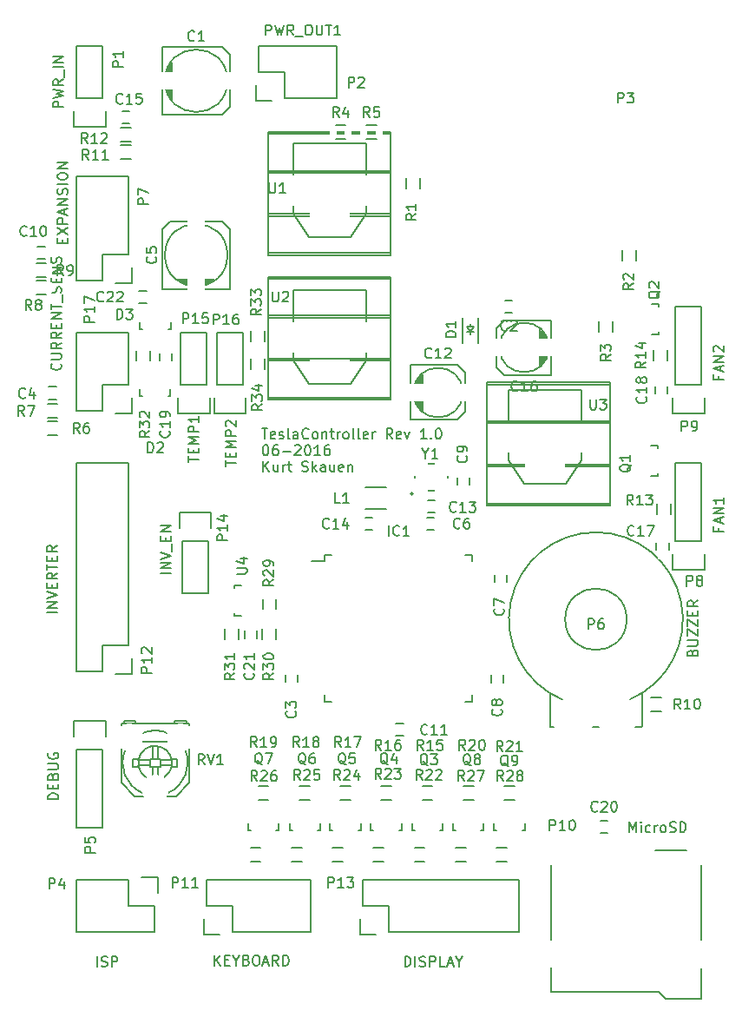
<source format=gto>
G04 #@! TF.FileFunction,Legend,Top*
%FSLAX46Y46*%
G04 Gerber Fmt 4.6, Leading zero omitted, Abs format (unit mm)*
G04 Created by KiCad (PCBNEW 4.0.1-stable) date 23.06.2016 01:41:27*
%MOMM*%
G01*
G04 APERTURE LIST*
%ADD10C,0.100000*%
%ADD11C,0.200000*%
%ADD12C,0.150000*%
%ADD13R,1.100000X0.700000*%
%ADD14R,0.700000X1.100000*%
%ADD15R,1.000000X0.950000*%
%ADD16R,0.950000X1.000000*%
%ADD17R,1.600000X1.400000*%
%ADD18R,1.000100X1.000100*%
%ADD19R,3.857600X2.232000*%
%ADD20R,1.216000X2.232000*%
%ADD21R,2.000000X2.000000*%
%ADD22O,2.000000X2.000000*%
%ADD23R,2.232000X2.000000*%
%ADD24O,2.232000X2.000000*%
%ADD25R,1.800000X1.600000*%
%ADD26R,0.900000X1.800000*%
%ADD27R,1.400000X2.400000*%
%ADD28C,2.200000*%
%ADD29R,3.200000X4.200000*%
%ADD30R,1.300000X2.600000*%
%ADD31R,2.600000X1.300000*%
%ADD32R,1.100000X1.900000*%
%ADD33R,1.700000X0.750000*%
%ADD34R,0.750000X1.700000*%
%ADD35R,0.650000X0.790000*%
%ADD36R,3.199740X1.800200*%
%ADD37R,1.800200X3.799180*%
%ADD38R,3.799180X1.800200*%
%ADD39C,2.699360*%
%ADD40C,6.200000*%
G04 APERTURE END LIST*
D10*
D11*
X151395238Y-91902381D02*
X151966667Y-91902381D01*
X151680952Y-92902381D02*
X151680952Y-91902381D01*
X152680953Y-92854762D02*
X152585715Y-92902381D01*
X152395238Y-92902381D01*
X152300000Y-92854762D01*
X152252381Y-92759524D01*
X152252381Y-92378571D01*
X152300000Y-92283333D01*
X152395238Y-92235714D01*
X152585715Y-92235714D01*
X152680953Y-92283333D01*
X152728572Y-92378571D01*
X152728572Y-92473810D01*
X152252381Y-92569048D01*
X153109524Y-92854762D02*
X153204762Y-92902381D01*
X153395238Y-92902381D01*
X153490477Y-92854762D01*
X153538096Y-92759524D01*
X153538096Y-92711905D01*
X153490477Y-92616667D01*
X153395238Y-92569048D01*
X153252381Y-92569048D01*
X153157143Y-92521429D01*
X153109524Y-92426190D01*
X153109524Y-92378571D01*
X153157143Y-92283333D01*
X153252381Y-92235714D01*
X153395238Y-92235714D01*
X153490477Y-92283333D01*
X154109524Y-92902381D02*
X154014286Y-92854762D01*
X153966667Y-92759524D01*
X153966667Y-91902381D01*
X154919049Y-92902381D02*
X154919049Y-92378571D01*
X154871430Y-92283333D01*
X154776192Y-92235714D01*
X154585715Y-92235714D01*
X154490477Y-92283333D01*
X154919049Y-92854762D02*
X154823811Y-92902381D01*
X154585715Y-92902381D01*
X154490477Y-92854762D01*
X154442858Y-92759524D01*
X154442858Y-92664286D01*
X154490477Y-92569048D01*
X154585715Y-92521429D01*
X154823811Y-92521429D01*
X154919049Y-92473810D01*
X155966668Y-92807143D02*
X155919049Y-92854762D01*
X155776192Y-92902381D01*
X155680954Y-92902381D01*
X155538096Y-92854762D01*
X155442858Y-92759524D01*
X155395239Y-92664286D01*
X155347620Y-92473810D01*
X155347620Y-92330952D01*
X155395239Y-92140476D01*
X155442858Y-92045238D01*
X155538096Y-91950000D01*
X155680954Y-91902381D01*
X155776192Y-91902381D01*
X155919049Y-91950000D01*
X155966668Y-91997619D01*
X156538096Y-92902381D02*
X156442858Y-92854762D01*
X156395239Y-92807143D01*
X156347620Y-92711905D01*
X156347620Y-92426190D01*
X156395239Y-92330952D01*
X156442858Y-92283333D01*
X156538096Y-92235714D01*
X156680954Y-92235714D01*
X156776192Y-92283333D01*
X156823811Y-92330952D01*
X156871430Y-92426190D01*
X156871430Y-92711905D01*
X156823811Y-92807143D01*
X156776192Y-92854762D01*
X156680954Y-92902381D01*
X156538096Y-92902381D01*
X157300001Y-92235714D02*
X157300001Y-92902381D01*
X157300001Y-92330952D02*
X157347620Y-92283333D01*
X157442858Y-92235714D01*
X157585716Y-92235714D01*
X157680954Y-92283333D01*
X157728573Y-92378571D01*
X157728573Y-92902381D01*
X158061906Y-92235714D02*
X158442858Y-92235714D01*
X158204763Y-91902381D02*
X158204763Y-92759524D01*
X158252382Y-92854762D01*
X158347620Y-92902381D01*
X158442858Y-92902381D01*
X158776192Y-92902381D02*
X158776192Y-92235714D01*
X158776192Y-92426190D02*
X158823811Y-92330952D01*
X158871430Y-92283333D01*
X158966668Y-92235714D01*
X159061907Y-92235714D01*
X159538097Y-92902381D02*
X159442859Y-92854762D01*
X159395240Y-92807143D01*
X159347621Y-92711905D01*
X159347621Y-92426190D01*
X159395240Y-92330952D01*
X159442859Y-92283333D01*
X159538097Y-92235714D01*
X159680955Y-92235714D01*
X159776193Y-92283333D01*
X159823812Y-92330952D01*
X159871431Y-92426190D01*
X159871431Y-92711905D01*
X159823812Y-92807143D01*
X159776193Y-92854762D01*
X159680955Y-92902381D01*
X159538097Y-92902381D01*
X160442859Y-92902381D02*
X160347621Y-92854762D01*
X160300002Y-92759524D01*
X160300002Y-91902381D01*
X160966669Y-92902381D02*
X160871431Y-92854762D01*
X160823812Y-92759524D01*
X160823812Y-91902381D01*
X161728575Y-92854762D02*
X161633337Y-92902381D01*
X161442860Y-92902381D01*
X161347622Y-92854762D01*
X161300003Y-92759524D01*
X161300003Y-92378571D01*
X161347622Y-92283333D01*
X161442860Y-92235714D01*
X161633337Y-92235714D01*
X161728575Y-92283333D01*
X161776194Y-92378571D01*
X161776194Y-92473810D01*
X161300003Y-92569048D01*
X162204765Y-92902381D02*
X162204765Y-92235714D01*
X162204765Y-92426190D02*
X162252384Y-92330952D01*
X162300003Y-92283333D01*
X162395241Y-92235714D01*
X162490480Y-92235714D01*
X164157147Y-92902381D02*
X163823813Y-92426190D01*
X163585718Y-92902381D02*
X163585718Y-91902381D01*
X163966671Y-91902381D01*
X164061909Y-91950000D01*
X164109528Y-91997619D01*
X164157147Y-92092857D01*
X164157147Y-92235714D01*
X164109528Y-92330952D01*
X164061909Y-92378571D01*
X163966671Y-92426190D01*
X163585718Y-92426190D01*
X164966671Y-92854762D02*
X164871433Y-92902381D01*
X164680956Y-92902381D01*
X164585718Y-92854762D01*
X164538099Y-92759524D01*
X164538099Y-92378571D01*
X164585718Y-92283333D01*
X164680956Y-92235714D01*
X164871433Y-92235714D01*
X164966671Y-92283333D01*
X165014290Y-92378571D01*
X165014290Y-92473810D01*
X164538099Y-92569048D01*
X165347623Y-92235714D02*
X165585718Y-92902381D01*
X165823814Y-92235714D01*
X167490481Y-92902381D02*
X166919052Y-92902381D01*
X167204766Y-92902381D02*
X167204766Y-91902381D01*
X167109528Y-92045238D01*
X167014290Y-92140476D01*
X166919052Y-92188095D01*
X167919052Y-92807143D02*
X167966671Y-92854762D01*
X167919052Y-92902381D01*
X167871433Y-92854762D01*
X167919052Y-92807143D01*
X167919052Y-92902381D01*
X168585718Y-91902381D02*
X168680957Y-91902381D01*
X168776195Y-91950000D01*
X168823814Y-91997619D01*
X168871433Y-92092857D01*
X168919052Y-92283333D01*
X168919052Y-92521429D01*
X168871433Y-92711905D01*
X168823814Y-92807143D01*
X168776195Y-92854762D01*
X168680957Y-92902381D01*
X168585718Y-92902381D01*
X168490480Y-92854762D01*
X168442861Y-92807143D01*
X168395242Y-92711905D01*
X168347623Y-92521429D01*
X168347623Y-92283333D01*
X168395242Y-92092857D01*
X168442861Y-91997619D01*
X168490480Y-91950000D01*
X168585718Y-91902381D01*
X151728571Y-93502381D02*
X151823810Y-93502381D01*
X151919048Y-93550000D01*
X151966667Y-93597619D01*
X152014286Y-93692857D01*
X152061905Y-93883333D01*
X152061905Y-94121429D01*
X152014286Y-94311905D01*
X151966667Y-94407143D01*
X151919048Y-94454762D01*
X151823810Y-94502381D01*
X151728571Y-94502381D01*
X151633333Y-94454762D01*
X151585714Y-94407143D01*
X151538095Y-94311905D01*
X151490476Y-94121429D01*
X151490476Y-93883333D01*
X151538095Y-93692857D01*
X151585714Y-93597619D01*
X151633333Y-93550000D01*
X151728571Y-93502381D01*
X152919048Y-93502381D02*
X152728571Y-93502381D01*
X152633333Y-93550000D01*
X152585714Y-93597619D01*
X152490476Y-93740476D01*
X152442857Y-93930952D01*
X152442857Y-94311905D01*
X152490476Y-94407143D01*
X152538095Y-94454762D01*
X152633333Y-94502381D01*
X152823810Y-94502381D01*
X152919048Y-94454762D01*
X152966667Y-94407143D01*
X153014286Y-94311905D01*
X153014286Y-94073810D01*
X152966667Y-93978571D01*
X152919048Y-93930952D01*
X152823810Y-93883333D01*
X152633333Y-93883333D01*
X152538095Y-93930952D01*
X152490476Y-93978571D01*
X152442857Y-94073810D01*
X153442857Y-94121429D02*
X154204762Y-94121429D01*
X154633333Y-93597619D02*
X154680952Y-93550000D01*
X154776190Y-93502381D01*
X155014286Y-93502381D01*
X155109524Y-93550000D01*
X155157143Y-93597619D01*
X155204762Y-93692857D01*
X155204762Y-93788095D01*
X155157143Y-93930952D01*
X154585714Y-94502381D01*
X155204762Y-94502381D01*
X155823809Y-93502381D02*
X155919048Y-93502381D01*
X156014286Y-93550000D01*
X156061905Y-93597619D01*
X156109524Y-93692857D01*
X156157143Y-93883333D01*
X156157143Y-94121429D01*
X156109524Y-94311905D01*
X156061905Y-94407143D01*
X156014286Y-94454762D01*
X155919048Y-94502381D01*
X155823809Y-94502381D01*
X155728571Y-94454762D01*
X155680952Y-94407143D01*
X155633333Y-94311905D01*
X155585714Y-94121429D01*
X155585714Y-93883333D01*
X155633333Y-93692857D01*
X155680952Y-93597619D01*
X155728571Y-93550000D01*
X155823809Y-93502381D01*
X157109524Y-94502381D02*
X156538095Y-94502381D01*
X156823809Y-94502381D02*
X156823809Y-93502381D01*
X156728571Y-93645238D01*
X156633333Y-93740476D01*
X156538095Y-93788095D01*
X157966667Y-93502381D02*
X157776190Y-93502381D01*
X157680952Y-93550000D01*
X157633333Y-93597619D01*
X157538095Y-93740476D01*
X157490476Y-93930952D01*
X157490476Y-94311905D01*
X157538095Y-94407143D01*
X157585714Y-94454762D01*
X157680952Y-94502381D01*
X157871429Y-94502381D01*
X157966667Y-94454762D01*
X158014286Y-94407143D01*
X158061905Y-94311905D01*
X158061905Y-94073810D01*
X158014286Y-93978571D01*
X157966667Y-93930952D01*
X157871429Y-93883333D01*
X157680952Y-93883333D01*
X157585714Y-93930952D01*
X157538095Y-93978571D01*
X157490476Y-94073810D01*
X151538095Y-96102381D02*
X151538095Y-95102381D01*
X152109524Y-96102381D02*
X151680952Y-95530952D01*
X152109524Y-95102381D02*
X151538095Y-95673810D01*
X152966667Y-95435714D02*
X152966667Y-96102381D01*
X152538095Y-95435714D02*
X152538095Y-95959524D01*
X152585714Y-96054762D01*
X152680952Y-96102381D01*
X152823810Y-96102381D01*
X152919048Y-96054762D01*
X152966667Y-96007143D01*
X153442857Y-96102381D02*
X153442857Y-95435714D01*
X153442857Y-95626190D02*
X153490476Y-95530952D01*
X153538095Y-95483333D01*
X153633333Y-95435714D01*
X153728572Y-95435714D01*
X153919048Y-95435714D02*
X154300000Y-95435714D01*
X154061905Y-95102381D02*
X154061905Y-95959524D01*
X154109524Y-96054762D01*
X154204762Y-96102381D01*
X154300000Y-96102381D01*
X155347620Y-96054762D02*
X155490477Y-96102381D01*
X155728573Y-96102381D01*
X155823811Y-96054762D01*
X155871430Y-96007143D01*
X155919049Y-95911905D01*
X155919049Y-95816667D01*
X155871430Y-95721429D01*
X155823811Y-95673810D01*
X155728573Y-95626190D01*
X155538096Y-95578571D01*
X155442858Y-95530952D01*
X155395239Y-95483333D01*
X155347620Y-95388095D01*
X155347620Y-95292857D01*
X155395239Y-95197619D01*
X155442858Y-95150000D01*
X155538096Y-95102381D01*
X155776192Y-95102381D01*
X155919049Y-95150000D01*
X156347620Y-96102381D02*
X156347620Y-95102381D01*
X156442858Y-95721429D02*
X156728573Y-96102381D01*
X156728573Y-95435714D02*
X156347620Y-95816667D01*
X157585716Y-96102381D02*
X157585716Y-95578571D01*
X157538097Y-95483333D01*
X157442859Y-95435714D01*
X157252382Y-95435714D01*
X157157144Y-95483333D01*
X157585716Y-96054762D02*
X157490478Y-96102381D01*
X157252382Y-96102381D01*
X157157144Y-96054762D01*
X157109525Y-95959524D01*
X157109525Y-95864286D01*
X157157144Y-95769048D01*
X157252382Y-95721429D01*
X157490478Y-95721429D01*
X157585716Y-95673810D01*
X158490478Y-95435714D02*
X158490478Y-96102381D01*
X158061906Y-95435714D02*
X158061906Y-95959524D01*
X158109525Y-96054762D01*
X158204763Y-96102381D01*
X158347621Y-96102381D01*
X158442859Y-96054762D01*
X158490478Y-96007143D01*
X159347621Y-96054762D02*
X159252383Y-96102381D01*
X159061906Y-96102381D01*
X158966668Y-96054762D01*
X158919049Y-95959524D01*
X158919049Y-95578571D01*
X158966668Y-95483333D01*
X159061906Y-95435714D01*
X159252383Y-95435714D01*
X159347621Y-95483333D01*
X159395240Y-95578571D01*
X159395240Y-95673810D01*
X158919049Y-95769048D01*
X159823811Y-95435714D02*
X159823811Y-96102381D01*
X159823811Y-95530952D02*
X159871430Y-95483333D01*
X159966668Y-95435714D01*
X160109526Y-95435714D01*
X160204764Y-95483333D01*
X160252383Y-95578571D01*
X160252383Y-96102381D01*
D12*
X166875000Y-67500000D02*
X166875000Y-68500000D01*
X165525000Y-68500000D02*
X165525000Y-67500000D01*
X186575000Y-75500000D02*
X186575000Y-74500000D01*
X187925000Y-74500000D02*
X187925000Y-75500000D01*
X184325000Y-82450000D02*
X184325000Y-81450000D01*
X185675000Y-81450000D02*
X185675000Y-82450000D01*
X159600000Y-63675000D02*
X158600000Y-63675000D01*
X158600000Y-62325000D02*
X159600000Y-62325000D01*
X162600000Y-63675000D02*
X161600000Y-63675000D01*
X161600000Y-62325000D02*
X162600000Y-62325000D01*
X131479776Y-92519556D02*
X130479776Y-92519556D01*
X130479776Y-91169556D02*
X131479776Y-91169556D01*
X130479776Y-89469556D02*
X131479776Y-89469556D01*
X131479776Y-90819556D02*
X130479776Y-90819556D01*
X130379776Y-78819556D02*
X129379776Y-78819556D01*
X129379776Y-77469556D02*
X130379776Y-77469556D01*
X129379776Y-75769556D02*
X130379776Y-75769556D01*
X130379776Y-77119556D02*
X129379776Y-77119556D01*
X190400000Y-119475000D02*
X189400000Y-119475000D01*
X189400000Y-118125000D02*
X190400000Y-118125000D01*
X138614888Y-65647278D02*
X137614888Y-65647278D01*
X137614888Y-64297278D02*
X138614888Y-64297278D01*
X137614888Y-62597278D02*
X138614888Y-62597278D01*
X138614888Y-63947278D02*
X137614888Y-63947278D01*
X191275000Y-99260000D02*
X191275000Y-100260000D01*
X189925000Y-100260000D02*
X189925000Y-99260000D01*
X190975000Y-84260000D02*
X190975000Y-85260000D01*
X189625000Y-85260000D02*
X189625000Y-84260000D01*
X167054519Y-126767121D02*
X168054519Y-126767121D01*
X168054519Y-128117121D02*
X167054519Y-128117121D01*
X163054519Y-126767121D02*
X164054519Y-126767121D01*
X164054519Y-128117121D02*
X163054519Y-128117121D01*
X159054519Y-126767121D02*
X160054519Y-126767121D01*
X160054519Y-128117121D02*
X159054519Y-128117121D01*
X155054519Y-126767121D02*
X156054519Y-126767121D01*
X156054519Y-128117121D02*
X155054519Y-128117121D01*
X151054519Y-126767121D02*
X152054519Y-126767121D01*
X152054519Y-128117121D02*
X151054519Y-128117121D01*
X171054519Y-126767121D02*
X172054519Y-126767121D01*
X172054519Y-128117121D02*
X171054519Y-128117121D01*
X175054519Y-126767121D02*
X176054519Y-126767121D01*
X176054519Y-128117121D02*
X175054519Y-128117121D01*
X167304519Y-134117121D02*
X166304519Y-134117121D01*
X166304519Y-132767121D02*
X167304519Y-132767121D01*
X163304519Y-134117121D02*
X162304519Y-134117121D01*
X162304519Y-132767121D02*
X163304519Y-132767121D01*
X159304519Y-134117121D02*
X158304519Y-134117121D01*
X158304519Y-132767121D02*
X159304519Y-132767121D01*
X155304519Y-134117121D02*
X154304519Y-134117121D01*
X154304519Y-132767121D02*
X155304519Y-132767121D01*
X151304519Y-134117121D02*
X150304519Y-134117121D01*
X150304519Y-132767121D02*
X151304519Y-132767121D01*
X171304519Y-134117121D02*
X170304519Y-134117121D01*
X170304519Y-132767121D02*
X171304519Y-132767121D01*
X175304519Y-134117121D02*
X174304519Y-134117121D01*
X174304519Y-132767121D02*
X175304519Y-132767121D01*
X151475824Y-109524652D02*
X151475824Y-108524652D01*
X152825824Y-108524652D02*
X152825824Y-109524652D01*
X151398102Y-112424652D02*
X151398102Y-111424652D01*
X152748102Y-111424652D02*
X152748102Y-112424652D01*
X149125824Y-111424652D02*
X149125824Y-112424652D01*
X147775824Y-112424652D02*
X147775824Y-111424652D01*
X139125000Y-85300000D02*
X139125000Y-84300000D01*
X140475000Y-84300000D02*
X140475000Y-85300000D01*
X151675000Y-82400000D02*
X151675000Y-83400000D01*
X150325000Y-83400000D02*
X150325000Y-82400000D01*
X150325000Y-86100000D02*
X150325000Y-85100000D01*
X151675000Y-85100000D02*
X151675000Y-86100000D01*
X175850000Y-80600000D02*
X175150000Y-80600000D01*
X175150000Y-79400000D02*
X175850000Y-79400000D01*
X153743887Y-116616741D02*
X153743887Y-115916741D01*
X154943887Y-115916741D02*
X154943887Y-116616741D01*
X131329776Y-89044556D02*
X130629776Y-89044556D01*
X130629776Y-87844556D02*
X131329776Y-87844556D01*
X167493887Y-100566741D02*
X168193887Y-100566741D01*
X168193887Y-101766741D02*
X167493887Y-101766741D01*
X175300000Y-106150000D02*
X175300000Y-106850000D01*
X174100000Y-106850000D02*
X174100000Y-106150000D01*
X175000000Y-115950000D02*
X175000000Y-116650000D01*
X173800000Y-116650000D02*
X173800000Y-115950000D01*
X171643887Y-96716741D02*
X171643887Y-97416741D01*
X170443887Y-97416741D02*
X170443887Y-96716741D01*
X130229776Y-75344556D02*
X129529776Y-75344556D01*
X129529776Y-74144556D02*
X130229776Y-74144556D01*
X165193887Y-121866741D02*
X164493887Y-121866741D01*
X164493887Y-120666741D02*
X165193887Y-120666741D01*
X167593887Y-98866741D02*
X168293887Y-98866741D01*
X168293887Y-100066741D02*
X167593887Y-100066741D01*
X161493887Y-100566741D02*
X162193887Y-100566741D01*
X162193887Y-101766741D02*
X161493887Y-101766741D01*
X138464888Y-62172278D02*
X137764888Y-62172278D01*
X137764888Y-60972278D02*
X138464888Y-60972278D01*
X189900000Y-103710000D02*
X189900000Y-103010000D01*
X191100000Y-103010000D02*
X191100000Y-103710000D01*
X189800000Y-88510000D02*
X189800000Y-87810000D01*
X191000000Y-87810000D02*
X191000000Y-88510000D01*
X142600000Y-84550000D02*
X142600000Y-85250000D01*
X141400000Y-85250000D02*
X141400000Y-84550000D01*
X149750824Y-112324652D02*
X149750824Y-111624652D01*
X150950824Y-111624652D02*
X150950824Y-112324652D01*
X140150000Y-79700000D02*
X139450000Y-79700000D01*
X139450000Y-78500000D02*
X140150000Y-78500000D01*
X166185308Y-98266741D02*
G75*
G03X166185308Y-98266741I-141421J0D01*
G01*
X166343887Y-95366741D02*
X169543887Y-95366741D01*
X169543887Y-95366741D02*
X169543887Y-97966741D01*
X169543887Y-97966741D02*
X166343887Y-97966741D01*
X166343887Y-97966741D02*
X166343887Y-95366741D01*
X148699824Y-107375492D02*
X148699824Y-107423752D01*
X149400864Y-110174472D02*
X148699824Y-110174472D01*
X148699824Y-110174472D02*
X148699824Y-109925552D01*
X148699824Y-107375492D02*
X148699824Y-107174832D01*
X148699824Y-107174832D02*
X149400864Y-107174832D01*
X182556000Y-91226000D02*
X182556000Y-88178000D01*
X182556000Y-88178000D02*
X175444000Y-88178000D01*
X175444000Y-88178000D02*
X175444000Y-91226000D01*
X182556000Y-94274000D02*
X182556000Y-95036000D01*
X182556000Y-95036000D02*
X181032000Y-97322000D01*
X181032000Y-97322000D02*
X176968000Y-97322000D01*
X176968000Y-97322000D02*
X175444000Y-95036000D01*
X175444000Y-95036000D02*
X175444000Y-94274000D01*
X161556000Y-81476000D02*
X161556000Y-78428000D01*
X161556000Y-78428000D02*
X154444000Y-78428000D01*
X154444000Y-78428000D02*
X154444000Y-81476000D01*
X161556000Y-84524000D02*
X161556000Y-85286000D01*
X161556000Y-85286000D02*
X160032000Y-87572000D01*
X160032000Y-87572000D02*
X155968000Y-87572000D01*
X155968000Y-87572000D02*
X154444000Y-85286000D01*
X154444000Y-85286000D02*
X154444000Y-84524000D01*
X161556000Y-67174000D02*
X161556000Y-64126000D01*
X161556000Y-64126000D02*
X154444000Y-64126000D01*
X154444000Y-64126000D02*
X154444000Y-67174000D01*
X161556000Y-70222000D02*
X161556000Y-70984000D01*
X161556000Y-70984000D02*
X160032000Y-73270000D01*
X160032000Y-73270000D02*
X155968000Y-73270000D01*
X155968000Y-73270000D02*
X154444000Y-70984000D01*
X154444000Y-70984000D02*
X154444000Y-70222000D01*
X174255359Y-131092361D02*
X174303619Y-131092361D01*
X177054339Y-130391321D02*
X177054339Y-131092361D01*
X177054339Y-131092361D02*
X176805419Y-131092361D01*
X174255359Y-131092361D02*
X174054699Y-131092361D01*
X174054699Y-131092361D02*
X174054699Y-130391321D01*
X170255359Y-131092361D02*
X170303619Y-131092361D01*
X173054339Y-130391321D02*
X173054339Y-131092361D01*
X173054339Y-131092361D02*
X172805419Y-131092361D01*
X170255359Y-131092361D02*
X170054699Y-131092361D01*
X170054699Y-131092361D02*
X170054699Y-130391321D01*
X150255359Y-131092361D02*
X150303619Y-131092361D01*
X153054339Y-130391321D02*
X153054339Y-131092361D01*
X153054339Y-131092361D02*
X152805419Y-131092361D01*
X150255359Y-131092361D02*
X150054699Y-131092361D01*
X150054699Y-131092361D02*
X150054699Y-130391321D01*
X154305359Y-131093121D02*
X154353619Y-131093121D01*
X157104339Y-130392081D02*
X157104339Y-131093121D01*
X157104339Y-131093121D02*
X156855419Y-131093121D01*
X154305359Y-131093121D02*
X154104699Y-131093121D01*
X154104699Y-131093121D02*
X154104699Y-130392081D01*
X158255359Y-131092361D02*
X158303619Y-131092361D01*
X161054339Y-130391321D02*
X161054339Y-131092361D01*
X161054339Y-131092361D02*
X160805419Y-131092361D01*
X158255359Y-131092361D02*
X158054699Y-131092361D01*
X158054699Y-131092361D02*
X158054699Y-130391321D01*
X162255359Y-131092361D02*
X162303619Y-131092361D01*
X165054339Y-130391321D02*
X165054339Y-131092361D01*
X165054339Y-131092361D02*
X164805419Y-131092361D01*
X162255359Y-131092361D02*
X162054699Y-131092361D01*
X162054699Y-131092361D02*
X162054699Y-130391321D01*
X166255359Y-131092361D02*
X166303619Y-131092361D01*
X169054339Y-130391321D02*
X169054339Y-131092361D01*
X169054339Y-131092361D02*
X168805419Y-131092361D01*
X166255359Y-131092361D02*
X166054699Y-131092361D01*
X166054699Y-131092361D02*
X166054699Y-130391321D01*
X190150240Y-82559160D02*
X190150240Y-82510900D01*
X189449200Y-79760180D02*
X190150240Y-79760180D01*
X190150240Y-79760180D02*
X190150240Y-80009100D01*
X190150240Y-82559160D02*
X190150240Y-82759820D01*
X190150240Y-82759820D02*
X189449200Y-82759820D01*
X190050240Y-96359160D02*
X190050240Y-96310900D01*
X189349200Y-93560180D02*
X190050240Y-93560180D01*
X190050240Y-93560180D02*
X190050240Y-93809100D01*
X190050240Y-96359160D02*
X190050240Y-96559820D01*
X190050240Y-96559820D02*
X189349200Y-96559820D01*
X138430000Y-82550000D02*
X138430000Y-87630000D01*
X138710000Y-90450000D02*
X138710000Y-88900000D01*
X135890000Y-90170000D02*
X135890000Y-87630000D01*
X135890000Y-87630000D02*
X138430000Y-87630000D01*
X138430000Y-82550000D02*
X133350000Y-82550000D01*
X133350000Y-82550000D02*
X133350000Y-87630000D01*
X138710000Y-90450000D02*
X137160000Y-90450000D01*
X133350000Y-90170000D02*
X135890000Y-90170000D01*
X133350000Y-87630000D02*
X133350000Y-90170000D01*
X146744888Y-88900000D02*
X146744888Y-90450000D01*
X146744888Y-90450000D02*
X149844888Y-90450000D01*
X149844888Y-90450000D02*
X149844888Y-88900000D01*
X147024888Y-87630000D02*
X147024888Y-82550000D01*
X147024888Y-82550000D02*
X149564888Y-82550000D01*
X149564888Y-82550000D02*
X149564888Y-87630000D01*
X149564888Y-87630000D02*
X147024888Y-87630000D01*
X143230000Y-88900000D02*
X143230000Y-90450000D01*
X143230000Y-90450000D02*
X146330000Y-90450000D01*
X146330000Y-90450000D02*
X146330000Y-88900000D01*
X143510000Y-87630000D02*
X143510000Y-82550000D01*
X143510000Y-82550000D02*
X146050000Y-82550000D01*
X146050000Y-82550000D02*
X146050000Y-87630000D01*
X146050000Y-87630000D02*
X143510000Y-87630000D01*
X146466000Y-101600000D02*
X146466000Y-100050000D01*
X146466000Y-100050000D02*
X143366000Y-100050000D01*
X143366000Y-100050000D02*
X143366000Y-101600000D01*
X146186000Y-102870000D02*
X146186000Y-107950000D01*
X146186000Y-107950000D02*
X143646000Y-107950000D01*
X143646000Y-107950000D02*
X143646000Y-102870000D01*
X143646000Y-102870000D02*
X146186000Y-102870000D01*
X176530000Y-135890000D02*
X161290000Y-135890000D01*
X163830000Y-140970000D02*
X176530000Y-140970000D01*
X176530000Y-135890000D02*
X176530000Y-140970000D01*
X161290000Y-135890000D02*
X161290000Y-138430000D01*
X162560000Y-141250000D02*
X161010000Y-141250000D01*
X161290000Y-138430000D02*
X163830000Y-138430000D01*
X163830000Y-138430000D02*
X163830000Y-140970000D01*
X161010000Y-141250000D02*
X161010000Y-139700000D01*
X148590000Y-140970000D02*
X156210000Y-140970000D01*
X156210000Y-140970000D02*
X156210000Y-135890000D01*
X156210000Y-135890000D02*
X146050000Y-135890000D01*
X146050000Y-135890000D02*
X146050000Y-138430000D01*
X147320000Y-141250000D02*
X145770000Y-141250000D01*
X146050000Y-138430000D02*
X148590000Y-138430000D01*
X148590000Y-138430000D02*
X148590000Y-140970000D01*
X145770000Y-141250000D02*
X145770000Y-139700000D01*
X179600000Y-146799000D02*
X190100000Y-146799000D01*
X190799000Y-147500000D02*
X194300000Y-147500000D01*
X179600000Y-141753000D02*
X179600000Y-134451000D01*
X194300000Y-134451000D02*
X194300000Y-141753000D01*
X192826000Y-133000000D02*
X189809000Y-133000000D01*
X190799000Y-147500000D02*
X190100000Y-146799000D01*
X179600000Y-146799000D02*
X179600000Y-144452000D01*
X194300000Y-144521000D02*
X194300000Y-147500000D01*
X191770000Y-87630000D02*
X191770000Y-80010000D01*
X194310000Y-87630000D02*
X194310000Y-80010000D01*
X194590000Y-90450000D02*
X194590000Y-88900000D01*
X191770000Y-80010000D02*
X194310000Y-80010000D01*
X194310000Y-87630000D02*
X191770000Y-87630000D01*
X191490000Y-88900000D02*
X191490000Y-90450000D01*
X191490000Y-90450000D02*
X194590000Y-90450000D01*
X191770000Y-102870000D02*
X191770000Y-95250000D01*
X194310000Y-102870000D02*
X194310000Y-95250000D01*
X194590000Y-105690000D02*
X194590000Y-104140000D01*
X191770000Y-95250000D02*
X194310000Y-95250000D01*
X194310000Y-102870000D02*
X191770000Y-102870000D01*
X191490000Y-104140000D02*
X191490000Y-105690000D01*
X191490000Y-105690000D02*
X194590000Y-105690000D01*
X138430000Y-74930000D02*
X138430000Y-67310000D01*
X138430000Y-67310000D02*
X133350000Y-67310000D01*
X133350000Y-67310000D02*
X133350000Y-77470000D01*
X133350000Y-77470000D02*
X135890000Y-77470000D01*
X138710000Y-76200000D02*
X138710000Y-77750000D01*
X135890000Y-77470000D02*
X135890000Y-74930000D01*
X135890000Y-74930000D02*
X138430000Y-74930000D01*
X138710000Y-77750000D02*
X137160000Y-77750000D01*
X188500000Y-121001000D02*
X188500000Y-117713000D01*
X187811000Y-121001000D02*
X188500000Y-121001000D01*
X183683000Y-121001000D02*
X184317000Y-121001000D01*
X179872000Y-121001000D02*
X179500000Y-121001000D01*
X179500000Y-117736000D02*
X179500000Y-121001000D01*
X187309009Y-118312939D02*
G75*
G03X180722000Y-118326000I-3309009J7812939D01*
G01*
X187000000Y-110500000D02*
G75*
G03X187000000Y-110500000I-3000000J0D01*
G01*
X135890000Y-123190000D02*
X135890000Y-130810000D01*
X133350000Y-123190000D02*
X133350000Y-130810000D01*
X133070000Y-120370000D02*
X133070000Y-121920000D01*
X135890000Y-130810000D02*
X133350000Y-130810000D01*
X133350000Y-123190000D02*
X135890000Y-123190000D01*
X136170000Y-121920000D02*
X136170000Y-120370000D01*
X136170000Y-120370000D02*
X133070000Y-120370000D01*
X133350000Y-135890000D02*
X138430000Y-135890000D01*
X141250000Y-135610000D02*
X139700000Y-135610000D01*
X140970000Y-138430000D02*
X138430000Y-138430000D01*
X138430000Y-138430000D02*
X138430000Y-135890000D01*
X133350000Y-135890000D02*
X133350000Y-140970000D01*
X133350000Y-140970000D02*
X138430000Y-140970000D01*
X141250000Y-135610000D02*
X141250000Y-137160000D01*
X140970000Y-140970000D02*
X140970000Y-138430000D01*
X138430000Y-140970000D02*
X140970000Y-140970000D01*
X158750000Y-59690000D02*
X153670000Y-59690000D01*
X150850000Y-59970000D02*
X152400000Y-59970000D01*
X151130000Y-57150000D02*
X153670000Y-57150000D01*
X153670000Y-57150000D02*
X153670000Y-59690000D01*
X158750000Y-59690000D02*
X158750000Y-54610000D01*
X158750000Y-54610000D02*
X153670000Y-54610000D01*
X150850000Y-59970000D02*
X150850000Y-58420000D01*
X151130000Y-54610000D02*
X151130000Y-57150000D01*
X153670000Y-54610000D02*
X151130000Y-54610000D01*
X161543887Y-97591741D02*
X163543887Y-97591741D01*
X163543887Y-99741741D02*
X161543887Y-99741741D01*
X157568887Y-104191741D02*
X157568887Y-104866741D01*
X171918887Y-104191741D02*
X171918887Y-104866741D01*
X171918887Y-118541741D02*
X171918887Y-117866741D01*
X157568887Y-118541741D02*
X157568887Y-117866741D01*
X157568887Y-104191741D02*
X158243887Y-104191741D01*
X157568887Y-118541741D02*
X158243887Y-118541741D01*
X171918887Y-118541741D02*
X171243887Y-118541741D01*
X171918887Y-104191741D02*
X171243887Y-104191741D01*
X157568887Y-104866741D02*
X156293887Y-104866741D01*
X139700840Y-82251000D02*
X139749100Y-82251000D01*
X142499820Y-81549960D02*
X142499820Y-82251000D01*
X142499820Y-82251000D02*
X142250900Y-82251000D01*
X139700840Y-82251000D02*
X139500180Y-82251000D01*
X139500180Y-82251000D02*
X139500180Y-81549960D01*
X139695728Y-88722518D02*
X139743988Y-88722518D01*
X142494708Y-88021478D02*
X142494708Y-88722518D01*
X142494708Y-88722518D02*
X142245788Y-88722518D01*
X139695728Y-88722518D02*
X139495068Y-88722518D01*
X139495068Y-88722518D02*
X139495068Y-88021478D01*
X171750000Y-82000000D02*
X171750000Y-81750000D01*
X171750000Y-82500000D02*
X171750000Y-82750000D01*
X171750000Y-82500000D02*
X171400000Y-82000000D01*
X171400000Y-82000000D02*
X172100000Y-82000000D01*
X172100000Y-82000000D02*
X171750000Y-82500000D01*
X171400000Y-82500000D02*
X172100000Y-82500000D01*
X172550000Y-83550000D02*
X172550000Y-81150000D01*
X170950000Y-83550000D02*
X170950000Y-81150000D01*
X179286000Y-84635000D02*
X179286000Y-83238000D01*
X179159000Y-84889000D02*
X179159000Y-83111000D01*
X179032000Y-85270000D02*
X179032000Y-82730000D01*
X178905000Y-82603000D02*
X178905000Y-85397000D01*
X178778000Y-85524000D02*
X178778000Y-82476000D01*
X178651000Y-82349000D02*
X178651000Y-85651000D01*
X178524000Y-85778000D02*
X178524000Y-82222000D01*
X179667000Y-86667000D02*
X175095000Y-86667000D01*
X175095000Y-86667000D02*
X174333000Y-85905000D01*
X174333000Y-85905000D02*
X174333000Y-82095000D01*
X174333000Y-82095000D02*
X175095000Y-81333000D01*
X175095000Y-81333000D02*
X179667000Y-81333000D01*
X179667000Y-81333000D02*
X179667000Y-86667000D01*
X174841000Y-84000000D02*
X175603000Y-84000000D01*
X175222000Y-84381000D02*
X175222000Y-83619000D01*
X179413000Y-84000000D02*
G75*
G03X179413000Y-84000000I-2413000J0D01*
G01*
X166314000Y-87765000D02*
X166314000Y-89162000D01*
X166441000Y-87511000D02*
X166441000Y-89289000D01*
X166568000Y-87130000D02*
X166568000Y-89670000D01*
X166695000Y-89797000D02*
X166695000Y-87003000D01*
X166822000Y-86876000D02*
X166822000Y-89924000D01*
X166949000Y-90051000D02*
X166949000Y-86749000D01*
X167076000Y-86622000D02*
X167076000Y-90178000D01*
X165933000Y-85733000D02*
X170505000Y-85733000D01*
X170505000Y-85733000D02*
X171267000Y-86495000D01*
X171267000Y-86495000D02*
X171267000Y-90305000D01*
X171267000Y-90305000D02*
X170505000Y-91067000D01*
X170505000Y-91067000D02*
X165933000Y-91067000D01*
X165933000Y-91067000D02*
X165933000Y-85733000D01*
X170759000Y-88400000D02*
X169997000Y-88400000D01*
X170378000Y-88019000D02*
X170378000Y-88781000D01*
X171013000Y-88400000D02*
G75*
G03X171013000Y-88400000I-2413000J0D01*
G01*
X144238000Y-77921000D02*
X145762000Y-77921000D01*
X146143000Y-77794000D02*
X143857000Y-77794000D01*
X143603000Y-77667000D02*
X146397000Y-77667000D01*
X146651000Y-77540000D02*
X143349000Y-77540000D01*
X143222000Y-77413000D02*
X146778000Y-77413000D01*
X141698000Y-78302000D02*
X148302000Y-78302000D01*
X148302000Y-78302000D02*
X148302000Y-72460000D01*
X148302000Y-72460000D02*
X147540000Y-71698000D01*
X147540000Y-71698000D02*
X142460000Y-71698000D01*
X142460000Y-71698000D02*
X141698000Y-72460000D01*
X141698000Y-72460000D02*
X141698000Y-78302000D01*
X145000000Y-72841000D02*
X145000000Y-73603000D01*
X144619000Y-73222000D02*
X145381000Y-73222000D01*
X148048000Y-75000000D02*
G75*
G03X148048000Y-75000000I-3048000J0D01*
G01*
X142079000Y-57238000D02*
X142079000Y-58762000D01*
X142206000Y-59143000D02*
X142206000Y-56857000D01*
X142333000Y-56603000D02*
X142333000Y-59397000D01*
X142460000Y-59651000D02*
X142460000Y-56349000D01*
X142587000Y-56222000D02*
X142587000Y-59778000D01*
X141698000Y-54698000D02*
X141698000Y-61302000D01*
X141698000Y-61302000D02*
X147540000Y-61302000D01*
X147540000Y-61302000D02*
X148302000Y-60540000D01*
X148302000Y-60540000D02*
X148302000Y-55460000D01*
X148302000Y-55460000D02*
X147540000Y-54698000D01*
X147540000Y-54698000D02*
X141698000Y-54698000D01*
X147159000Y-58000000D02*
X146397000Y-58000000D01*
X146778000Y-57619000D02*
X146778000Y-58381000D01*
X148048000Y-58000000D02*
G75*
G03X148048000Y-58000000I-3048000J0D01*
G01*
X184450000Y-130100000D02*
X185150000Y-130100000D01*
X185150000Y-131300000D02*
X184450000Y-131300000D01*
X141254640Y-124880360D02*
X141254640Y-125642360D01*
X140746640Y-124880360D02*
X140746640Y-125642360D01*
X141254640Y-122848360D02*
G75*
G03X139349640Y-124245360I-254000J-1651000D01*
G01*
X142651640Y-124372360D02*
G75*
G03X140873640Y-122848360I-1651000J-127000D01*
G01*
X139603640Y-123610360D02*
G75*
G03X140111640Y-125896360I1397000J-889000D01*
G01*
X141889640Y-125896360D02*
G75*
G03X142397640Y-123610360I-889000J1397000D01*
G01*
X144302640Y-120689360D02*
X144302640Y-120816360D01*
X144302640Y-124499360D02*
X144302640Y-123102360D01*
X137698640Y-120689360D02*
X137698640Y-120816360D01*
X137698640Y-124499360D02*
X137698640Y-123102360D01*
X142143640Y-121578360D02*
X141762640Y-121451360D01*
X141762640Y-121451360D02*
X141000640Y-121324360D01*
X141000640Y-121324360D02*
X140238640Y-121451360D01*
X140238640Y-121451360D02*
X139857640Y-121578360D01*
X142270640Y-122467360D02*
X139730640Y-122467360D01*
X138079640Y-123229360D02*
G75*
G03X139730640Y-127420360I2921000J-1270000D01*
G01*
X142270640Y-127420360D02*
G75*
G03X143921640Y-123229360I-1270000J2921000D01*
G01*
X138968640Y-127801360D02*
X139857640Y-127801360D01*
X142143640Y-127801360D02*
X143032640Y-127801360D01*
X139349640Y-124880360D02*
X138841640Y-124880360D01*
X138841640Y-124880360D02*
X138841640Y-124118360D01*
X138841640Y-124118360D02*
X139349640Y-124118360D01*
X142651640Y-124880360D02*
X143159640Y-124880360D01*
X143159640Y-124880360D02*
X143159640Y-124118360D01*
X143159640Y-124118360D02*
X142651640Y-124118360D01*
X140492640Y-124245360D02*
X139349640Y-124245360D01*
X140492640Y-124753360D02*
X139349640Y-124753360D01*
X141508640Y-124245360D02*
X142651640Y-124245360D01*
X141508640Y-124753360D02*
X142651640Y-124753360D01*
X140746640Y-124118360D02*
X140746640Y-122848360D01*
X141254640Y-124118360D02*
X141254640Y-122848360D01*
X141508640Y-124880360D02*
X141508640Y-124118360D01*
X141508640Y-124118360D02*
X140492640Y-124118360D01*
X140492640Y-124118360D02*
X140492640Y-124880360D01*
X140492640Y-124880360D02*
X141508640Y-124880360D01*
X143032640Y-127801360D02*
X144302640Y-126404360D01*
X144302640Y-126404360D02*
X144302640Y-124499360D01*
X138968640Y-127801360D02*
X137698640Y-126404360D01*
X137698640Y-126404360D02*
X137698640Y-124499360D01*
X137952640Y-120689360D02*
X137952640Y-120435360D01*
X137952640Y-120435360D02*
X139095640Y-120435360D01*
X139095640Y-120435360D02*
X139095640Y-120689360D01*
X144048640Y-120689360D02*
X144048640Y-120435360D01*
X144048640Y-120435360D02*
X142905640Y-120435360D01*
X142905640Y-120435360D02*
X142905640Y-120689360D01*
X144302640Y-120689360D02*
X137698640Y-120689360D01*
X152000000Y-88900000D02*
X164000000Y-88900000D01*
X152000000Y-85300000D02*
X164000000Y-85300000D01*
X152000000Y-80900000D02*
X164000000Y-80900000D01*
X152000000Y-77300000D02*
X164000000Y-77300000D01*
X152000000Y-85100000D02*
X164000000Y-85100000D01*
X152000000Y-81100000D02*
X164000000Y-81100000D01*
X152000000Y-89100000D02*
X152000000Y-77100000D01*
X164000000Y-89100000D02*
X152000000Y-89100000D01*
X164000000Y-77100000D02*
X164000000Y-89100000D01*
X152000000Y-77100000D02*
X164000000Y-77100000D01*
X152000000Y-74800000D02*
X164000000Y-74800000D01*
X152000000Y-71200000D02*
X164000000Y-71200000D01*
X152000000Y-66800000D02*
X164000000Y-66800000D01*
X152000000Y-63200000D02*
X164000000Y-63200000D01*
X152000000Y-71000000D02*
X164000000Y-71000000D01*
X152000000Y-67000000D02*
X164000000Y-67000000D01*
X152000000Y-75000000D02*
X152000000Y-63000000D01*
X164000000Y-75000000D02*
X152000000Y-75000000D01*
X164000000Y-63000000D02*
X164000000Y-75000000D01*
X152000000Y-63000000D02*
X164000000Y-63000000D01*
X173400000Y-99200000D02*
X185400000Y-99200000D01*
X173400000Y-95600000D02*
X185400000Y-95600000D01*
X173400000Y-91200000D02*
X185400000Y-91200000D01*
X173400000Y-87600000D02*
X185400000Y-87600000D01*
X173400000Y-95400000D02*
X185400000Y-95400000D01*
X173400000Y-91400000D02*
X185400000Y-91400000D01*
X173400000Y-99400000D02*
X173400000Y-87400000D01*
X185400000Y-99400000D02*
X173400000Y-99400000D01*
X185400000Y-87400000D02*
X185400000Y-99400000D01*
X173400000Y-87400000D02*
X185400000Y-87400000D01*
X133070000Y-60960000D02*
X133070000Y-62510000D01*
X133070000Y-62510000D02*
X136170000Y-62510000D01*
X136170000Y-62510000D02*
X136170000Y-60960000D01*
X133350000Y-59690000D02*
X133350000Y-54610000D01*
X133350000Y-54610000D02*
X135890000Y-54610000D01*
X135890000Y-54610000D02*
X135890000Y-59690000D01*
X135890000Y-59690000D02*
X133350000Y-59690000D01*
X133335570Y-95250000D02*
X133335570Y-115570000D01*
X138415570Y-113030000D02*
X138415570Y-95250000D01*
X133335570Y-95250000D02*
X138415570Y-95250000D01*
X133335570Y-115570000D02*
X135875570Y-115570000D01*
X138695570Y-114300000D02*
X138695570Y-115850000D01*
X135875570Y-115570000D02*
X135875570Y-113030000D01*
X135875570Y-113030000D02*
X138415570Y-113030000D01*
X138695570Y-115850000D02*
X137145570Y-115850000D01*
X166452381Y-70966666D02*
X165976190Y-71300000D01*
X166452381Y-71538095D02*
X165452381Y-71538095D01*
X165452381Y-71157142D01*
X165500000Y-71061904D01*
X165547619Y-71014285D01*
X165642857Y-70966666D01*
X165785714Y-70966666D01*
X165880952Y-71014285D01*
X165928571Y-71061904D01*
X165976190Y-71157142D01*
X165976190Y-71538095D01*
X166452381Y-70014285D02*
X166452381Y-70585714D01*
X166452381Y-70300000D02*
X165452381Y-70300000D01*
X165595238Y-70395238D01*
X165690476Y-70490476D01*
X165738095Y-70585714D01*
X187652381Y-77766666D02*
X187176190Y-78100000D01*
X187652381Y-78338095D02*
X186652381Y-78338095D01*
X186652381Y-77957142D01*
X186700000Y-77861904D01*
X186747619Y-77814285D01*
X186842857Y-77766666D01*
X186985714Y-77766666D01*
X187080952Y-77814285D01*
X187128571Y-77861904D01*
X187176190Y-77957142D01*
X187176190Y-78338095D01*
X186747619Y-77385714D02*
X186700000Y-77338095D01*
X186652381Y-77242857D01*
X186652381Y-77004761D01*
X186700000Y-76909523D01*
X186747619Y-76861904D01*
X186842857Y-76814285D01*
X186938095Y-76814285D01*
X187080952Y-76861904D01*
X187652381Y-77433333D01*
X187652381Y-76814285D01*
X185452381Y-84666666D02*
X184976190Y-85000000D01*
X185452381Y-85238095D02*
X184452381Y-85238095D01*
X184452381Y-84857142D01*
X184500000Y-84761904D01*
X184547619Y-84714285D01*
X184642857Y-84666666D01*
X184785714Y-84666666D01*
X184880952Y-84714285D01*
X184928571Y-84761904D01*
X184976190Y-84857142D01*
X184976190Y-85238095D01*
X184452381Y-84333333D02*
X184452381Y-83714285D01*
X184833333Y-84047619D01*
X184833333Y-83904761D01*
X184880952Y-83809523D01*
X184928571Y-83761904D01*
X185023810Y-83714285D01*
X185261905Y-83714285D01*
X185357143Y-83761904D01*
X185404762Y-83809523D01*
X185452381Y-83904761D01*
X185452381Y-84190476D01*
X185404762Y-84285714D01*
X185357143Y-84333333D01*
X158933334Y-61552381D02*
X158600000Y-61076190D01*
X158361905Y-61552381D02*
X158361905Y-60552381D01*
X158742858Y-60552381D01*
X158838096Y-60600000D01*
X158885715Y-60647619D01*
X158933334Y-60742857D01*
X158933334Y-60885714D01*
X158885715Y-60980952D01*
X158838096Y-61028571D01*
X158742858Y-61076190D01*
X158361905Y-61076190D01*
X159790477Y-60885714D02*
X159790477Y-61552381D01*
X159552381Y-60504762D02*
X159314286Y-61219048D01*
X159933334Y-61219048D01*
X161933334Y-61552381D02*
X161600000Y-61076190D01*
X161361905Y-61552381D02*
X161361905Y-60552381D01*
X161742858Y-60552381D01*
X161838096Y-60600000D01*
X161885715Y-60647619D01*
X161933334Y-60742857D01*
X161933334Y-60885714D01*
X161885715Y-60980952D01*
X161838096Y-61028571D01*
X161742858Y-61076190D01*
X161361905Y-61076190D01*
X162838096Y-60552381D02*
X162361905Y-60552381D01*
X162314286Y-61028571D01*
X162361905Y-60980952D01*
X162457143Y-60933333D01*
X162695239Y-60933333D01*
X162790477Y-60980952D01*
X162838096Y-61028571D01*
X162885715Y-61123810D01*
X162885715Y-61361905D01*
X162838096Y-61457143D01*
X162790477Y-61504762D01*
X162695239Y-61552381D01*
X162457143Y-61552381D01*
X162361905Y-61504762D01*
X162314286Y-61457143D01*
X133633334Y-92352381D02*
X133300000Y-91876190D01*
X133061905Y-92352381D02*
X133061905Y-91352381D01*
X133442858Y-91352381D01*
X133538096Y-91400000D01*
X133585715Y-91447619D01*
X133633334Y-91542857D01*
X133633334Y-91685714D01*
X133585715Y-91780952D01*
X133538096Y-91828571D01*
X133442858Y-91876190D01*
X133061905Y-91876190D01*
X134490477Y-91352381D02*
X134300000Y-91352381D01*
X134204762Y-91400000D01*
X134157143Y-91447619D01*
X134061905Y-91590476D01*
X134014286Y-91780952D01*
X134014286Y-92161905D01*
X134061905Y-92257143D01*
X134109524Y-92304762D01*
X134204762Y-92352381D01*
X134395239Y-92352381D01*
X134490477Y-92304762D01*
X134538096Y-92257143D01*
X134585715Y-92161905D01*
X134585715Y-91923810D01*
X134538096Y-91828571D01*
X134490477Y-91780952D01*
X134395239Y-91733333D01*
X134204762Y-91733333D01*
X134109524Y-91780952D01*
X134061905Y-91828571D01*
X134014286Y-91923810D01*
X128233334Y-90652381D02*
X127900000Y-90176190D01*
X127661905Y-90652381D02*
X127661905Y-89652381D01*
X128042858Y-89652381D01*
X128138096Y-89700000D01*
X128185715Y-89747619D01*
X128233334Y-89842857D01*
X128233334Y-89985714D01*
X128185715Y-90080952D01*
X128138096Y-90128571D01*
X128042858Y-90176190D01*
X127661905Y-90176190D01*
X128566667Y-89652381D02*
X129233334Y-89652381D01*
X128804762Y-90652381D01*
X128933334Y-80352381D02*
X128600000Y-79876190D01*
X128361905Y-80352381D02*
X128361905Y-79352381D01*
X128742858Y-79352381D01*
X128838096Y-79400000D01*
X128885715Y-79447619D01*
X128933334Y-79542857D01*
X128933334Y-79685714D01*
X128885715Y-79780952D01*
X128838096Y-79828571D01*
X128742858Y-79876190D01*
X128361905Y-79876190D01*
X129504762Y-79780952D02*
X129409524Y-79733333D01*
X129361905Y-79685714D01*
X129314286Y-79590476D01*
X129314286Y-79542857D01*
X129361905Y-79447619D01*
X129409524Y-79400000D01*
X129504762Y-79352381D01*
X129695239Y-79352381D01*
X129790477Y-79400000D01*
X129838096Y-79447619D01*
X129885715Y-79542857D01*
X129885715Y-79590476D01*
X129838096Y-79685714D01*
X129790477Y-79733333D01*
X129695239Y-79780952D01*
X129504762Y-79780952D01*
X129409524Y-79828571D01*
X129361905Y-79876190D01*
X129314286Y-79971429D01*
X129314286Y-80161905D01*
X129361905Y-80257143D01*
X129409524Y-80304762D01*
X129504762Y-80352381D01*
X129695239Y-80352381D01*
X129790477Y-80304762D01*
X129838096Y-80257143D01*
X129885715Y-80161905D01*
X129885715Y-79971429D01*
X129838096Y-79876190D01*
X129790477Y-79828571D01*
X129695239Y-79780952D01*
X132033334Y-76952381D02*
X131700000Y-76476190D01*
X131461905Y-76952381D02*
X131461905Y-75952381D01*
X131842858Y-75952381D01*
X131938096Y-76000000D01*
X131985715Y-76047619D01*
X132033334Y-76142857D01*
X132033334Y-76285714D01*
X131985715Y-76380952D01*
X131938096Y-76428571D01*
X131842858Y-76476190D01*
X131461905Y-76476190D01*
X132509524Y-76952381D02*
X132700000Y-76952381D01*
X132795239Y-76904762D01*
X132842858Y-76857143D01*
X132938096Y-76714286D01*
X132985715Y-76523810D01*
X132985715Y-76142857D01*
X132938096Y-76047619D01*
X132890477Y-76000000D01*
X132795239Y-75952381D01*
X132604762Y-75952381D01*
X132509524Y-76000000D01*
X132461905Y-76047619D01*
X132414286Y-76142857D01*
X132414286Y-76380952D01*
X132461905Y-76476190D01*
X132509524Y-76523810D01*
X132604762Y-76571429D01*
X132795239Y-76571429D01*
X132890477Y-76523810D01*
X132938096Y-76476190D01*
X132985715Y-76380952D01*
X192257143Y-119252381D02*
X191923809Y-118776190D01*
X191685714Y-119252381D02*
X191685714Y-118252381D01*
X192066667Y-118252381D01*
X192161905Y-118300000D01*
X192209524Y-118347619D01*
X192257143Y-118442857D01*
X192257143Y-118585714D01*
X192209524Y-118680952D01*
X192161905Y-118728571D01*
X192066667Y-118776190D01*
X191685714Y-118776190D01*
X193209524Y-119252381D02*
X192638095Y-119252381D01*
X192923809Y-119252381D02*
X192923809Y-118252381D01*
X192828571Y-118395238D01*
X192733333Y-118490476D01*
X192638095Y-118538095D01*
X193828571Y-118252381D02*
X193923810Y-118252381D01*
X194019048Y-118300000D01*
X194066667Y-118347619D01*
X194114286Y-118442857D01*
X194161905Y-118633333D01*
X194161905Y-118871429D01*
X194114286Y-119061905D01*
X194066667Y-119157143D01*
X194019048Y-119204762D01*
X193923810Y-119252381D01*
X193828571Y-119252381D01*
X193733333Y-119204762D01*
X193685714Y-119157143D01*
X193638095Y-119061905D01*
X193590476Y-118871429D01*
X193590476Y-118633333D01*
X193638095Y-118442857D01*
X193685714Y-118347619D01*
X193733333Y-118300000D01*
X193828571Y-118252381D01*
X134507143Y-65702381D02*
X134173809Y-65226190D01*
X133935714Y-65702381D02*
X133935714Y-64702381D01*
X134316667Y-64702381D01*
X134411905Y-64750000D01*
X134459524Y-64797619D01*
X134507143Y-64892857D01*
X134507143Y-65035714D01*
X134459524Y-65130952D01*
X134411905Y-65178571D01*
X134316667Y-65226190D01*
X133935714Y-65226190D01*
X135459524Y-65702381D02*
X134888095Y-65702381D01*
X135173809Y-65702381D02*
X135173809Y-64702381D01*
X135078571Y-64845238D01*
X134983333Y-64940476D01*
X134888095Y-64988095D01*
X136411905Y-65702381D02*
X135840476Y-65702381D01*
X136126190Y-65702381D02*
X136126190Y-64702381D01*
X136030952Y-64845238D01*
X135935714Y-64940476D01*
X135840476Y-64988095D01*
X134407143Y-64102381D02*
X134073809Y-63626190D01*
X133835714Y-64102381D02*
X133835714Y-63102381D01*
X134216667Y-63102381D01*
X134311905Y-63150000D01*
X134359524Y-63197619D01*
X134407143Y-63292857D01*
X134407143Y-63435714D01*
X134359524Y-63530952D01*
X134311905Y-63578571D01*
X134216667Y-63626190D01*
X133835714Y-63626190D01*
X135359524Y-64102381D02*
X134788095Y-64102381D01*
X135073809Y-64102381D02*
X135073809Y-63102381D01*
X134978571Y-63245238D01*
X134883333Y-63340476D01*
X134788095Y-63388095D01*
X135740476Y-63197619D02*
X135788095Y-63150000D01*
X135883333Y-63102381D01*
X136121429Y-63102381D01*
X136216667Y-63150000D01*
X136264286Y-63197619D01*
X136311905Y-63292857D01*
X136311905Y-63388095D01*
X136264286Y-63530952D01*
X135692857Y-64102381D01*
X136311905Y-64102381D01*
X187607143Y-99352381D02*
X187273809Y-98876190D01*
X187035714Y-99352381D02*
X187035714Y-98352381D01*
X187416667Y-98352381D01*
X187511905Y-98400000D01*
X187559524Y-98447619D01*
X187607143Y-98542857D01*
X187607143Y-98685714D01*
X187559524Y-98780952D01*
X187511905Y-98828571D01*
X187416667Y-98876190D01*
X187035714Y-98876190D01*
X188559524Y-99352381D02*
X187988095Y-99352381D01*
X188273809Y-99352381D02*
X188273809Y-98352381D01*
X188178571Y-98495238D01*
X188083333Y-98590476D01*
X187988095Y-98638095D01*
X188892857Y-98352381D02*
X189511905Y-98352381D01*
X189178571Y-98733333D01*
X189321429Y-98733333D01*
X189416667Y-98780952D01*
X189464286Y-98828571D01*
X189511905Y-98923810D01*
X189511905Y-99161905D01*
X189464286Y-99257143D01*
X189416667Y-99304762D01*
X189321429Y-99352381D01*
X189035714Y-99352381D01*
X188940476Y-99304762D01*
X188892857Y-99257143D01*
X188852381Y-85402857D02*
X188376190Y-85736191D01*
X188852381Y-85974286D02*
X187852381Y-85974286D01*
X187852381Y-85593333D01*
X187900000Y-85498095D01*
X187947619Y-85450476D01*
X188042857Y-85402857D01*
X188185714Y-85402857D01*
X188280952Y-85450476D01*
X188328571Y-85498095D01*
X188376190Y-85593333D01*
X188376190Y-85974286D01*
X188852381Y-84450476D02*
X188852381Y-85021905D01*
X188852381Y-84736191D02*
X187852381Y-84736191D01*
X187995238Y-84831429D01*
X188090476Y-84926667D01*
X188138095Y-85021905D01*
X188185714Y-83593333D02*
X188852381Y-83593333D01*
X187804762Y-83831429D02*
X188519048Y-84069524D01*
X188519048Y-83450476D01*
X167157143Y-123252381D02*
X166823809Y-122776190D01*
X166585714Y-123252381D02*
X166585714Y-122252381D01*
X166966667Y-122252381D01*
X167061905Y-122300000D01*
X167109524Y-122347619D01*
X167157143Y-122442857D01*
X167157143Y-122585714D01*
X167109524Y-122680952D01*
X167061905Y-122728571D01*
X166966667Y-122776190D01*
X166585714Y-122776190D01*
X168109524Y-123252381D02*
X167538095Y-123252381D01*
X167823809Y-123252381D02*
X167823809Y-122252381D01*
X167728571Y-122395238D01*
X167633333Y-122490476D01*
X167538095Y-122538095D01*
X169014286Y-122252381D02*
X168538095Y-122252381D01*
X168490476Y-122728571D01*
X168538095Y-122680952D01*
X168633333Y-122633333D01*
X168871429Y-122633333D01*
X168966667Y-122680952D01*
X169014286Y-122728571D01*
X169061905Y-122823810D01*
X169061905Y-123061905D01*
X169014286Y-123157143D01*
X168966667Y-123204762D01*
X168871429Y-123252381D01*
X168633333Y-123252381D01*
X168538095Y-123204762D01*
X168490476Y-123157143D01*
X163057143Y-123252381D02*
X162723809Y-122776190D01*
X162485714Y-123252381D02*
X162485714Y-122252381D01*
X162866667Y-122252381D01*
X162961905Y-122300000D01*
X163009524Y-122347619D01*
X163057143Y-122442857D01*
X163057143Y-122585714D01*
X163009524Y-122680952D01*
X162961905Y-122728571D01*
X162866667Y-122776190D01*
X162485714Y-122776190D01*
X164009524Y-123252381D02*
X163438095Y-123252381D01*
X163723809Y-123252381D02*
X163723809Y-122252381D01*
X163628571Y-122395238D01*
X163533333Y-122490476D01*
X163438095Y-122538095D01*
X164866667Y-122252381D02*
X164676190Y-122252381D01*
X164580952Y-122300000D01*
X164533333Y-122347619D01*
X164438095Y-122490476D01*
X164390476Y-122680952D01*
X164390476Y-123061905D01*
X164438095Y-123157143D01*
X164485714Y-123204762D01*
X164580952Y-123252381D01*
X164771429Y-123252381D01*
X164866667Y-123204762D01*
X164914286Y-123157143D01*
X164961905Y-123061905D01*
X164961905Y-122823810D01*
X164914286Y-122728571D01*
X164866667Y-122680952D01*
X164771429Y-122633333D01*
X164580952Y-122633333D01*
X164485714Y-122680952D01*
X164438095Y-122728571D01*
X164390476Y-122823810D01*
X159157143Y-122952381D02*
X158823809Y-122476190D01*
X158585714Y-122952381D02*
X158585714Y-121952381D01*
X158966667Y-121952381D01*
X159061905Y-122000000D01*
X159109524Y-122047619D01*
X159157143Y-122142857D01*
X159157143Y-122285714D01*
X159109524Y-122380952D01*
X159061905Y-122428571D01*
X158966667Y-122476190D01*
X158585714Y-122476190D01*
X160109524Y-122952381D02*
X159538095Y-122952381D01*
X159823809Y-122952381D02*
X159823809Y-121952381D01*
X159728571Y-122095238D01*
X159633333Y-122190476D01*
X159538095Y-122238095D01*
X160442857Y-121952381D02*
X161109524Y-121952381D01*
X160680952Y-122952381D01*
X155057143Y-122952381D02*
X154723809Y-122476190D01*
X154485714Y-122952381D02*
X154485714Y-121952381D01*
X154866667Y-121952381D01*
X154961905Y-122000000D01*
X155009524Y-122047619D01*
X155057143Y-122142857D01*
X155057143Y-122285714D01*
X155009524Y-122380952D01*
X154961905Y-122428571D01*
X154866667Y-122476190D01*
X154485714Y-122476190D01*
X156009524Y-122952381D02*
X155438095Y-122952381D01*
X155723809Y-122952381D02*
X155723809Y-121952381D01*
X155628571Y-122095238D01*
X155533333Y-122190476D01*
X155438095Y-122238095D01*
X156580952Y-122380952D02*
X156485714Y-122333333D01*
X156438095Y-122285714D01*
X156390476Y-122190476D01*
X156390476Y-122142857D01*
X156438095Y-122047619D01*
X156485714Y-122000000D01*
X156580952Y-121952381D01*
X156771429Y-121952381D01*
X156866667Y-122000000D01*
X156914286Y-122047619D01*
X156961905Y-122142857D01*
X156961905Y-122190476D01*
X156914286Y-122285714D01*
X156866667Y-122333333D01*
X156771429Y-122380952D01*
X156580952Y-122380952D01*
X156485714Y-122428571D01*
X156438095Y-122476190D01*
X156390476Y-122571429D01*
X156390476Y-122761905D01*
X156438095Y-122857143D01*
X156485714Y-122904762D01*
X156580952Y-122952381D01*
X156771429Y-122952381D01*
X156866667Y-122904762D01*
X156914286Y-122857143D01*
X156961905Y-122761905D01*
X156961905Y-122571429D01*
X156914286Y-122476190D01*
X156866667Y-122428571D01*
X156771429Y-122380952D01*
X150911662Y-122952381D02*
X150578328Y-122476190D01*
X150340233Y-122952381D02*
X150340233Y-121952381D01*
X150721186Y-121952381D01*
X150816424Y-122000000D01*
X150864043Y-122047619D01*
X150911662Y-122142857D01*
X150911662Y-122285714D01*
X150864043Y-122380952D01*
X150816424Y-122428571D01*
X150721186Y-122476190D01*
X150340233Y-122476190D01*
X151864043Y-122952381D02*
X151292614Y-122952381D01*
X151578328Y-122952381D02*
X151578328Y-121952381D01*
X151483090Y-122095238D01*
X151387852Y-122190476D01*
X151292614Y-122238095D01*
X152340233Y-122952381D02*
X152530709Y-122952381D01*
X152625948Y-122904762D01*
X152673567Y-122857143D01*
X152768805Y-122714286D01*
X152816424Y-122523810D01*
X152816424Y-122142857D01*
X152768805Y-122047619D01*
X152721186Y-122000000D01*
X152625948Y-121952381D01*
X152435471Y-121952381D01*
X152340233Y-122000000D01*
X152292614Y-122047619D01*
X152244995Y-122142857D01*
X152244995Y-122380952D01*
X152292614Y-122476190D01*
X152340233Y-122523810D01*
X152435471Y-122571429D01*
X152625948Y-122571429D01*
X152721186Y-122523810D01*
X152768805Y-122476190D01*
X152816424Y-122380952D01*
X171257143Y-123252381D02*
X170923809Y-122776190D01*
X170685714Y-123252381D02*
X170685714Y-122252381D01*
X171066667Y-122252381D01*
X171161905Y-122300000D01*
X171209524Y-122347619D01*
X171257143Y-122442857D01*
X171257143Y-122585714D01*
X171209524Y-122680952D01*
X171161905Y-122728571D01*
X171066667Y-122776190D01*
X170685714Y-122776190D01*
X171638095Y-122347619D02*
X171685714Y-122300000D01*
X171780952Y-122252381D01*
X172019048Y-122252381D01*
X172114286Y-122300000D01*
X172161905Y-122347619D01*
X172209524Y-122442857D01*
X172209524Y-122538095D01*
X172161905Y-122680952D01*
X171590476Y-123252381D01*
X172209524Y-123252381D01*
X172828571Y-122252381D02*
X172923810Y-122252381D01*
X173019048Y-122300000D01*
X173066667Y-122347619D01*
X173114286Y-122442857D01*
X173161905Y-122633333D01*
X173161905Y-122871429D01*
X173114286Y-123061905D01*
X173066667Y-123157143D01*
X173019048Y-123204762D01*
X172923810Y-123252381D01*
X172828571Y-123252381D01*
X172733333Y-123204762D01*
X172685714Y-123157143D01*
X172638095Y-123061905D01*
X172590476Y-122871429D01*
X172590476Y-122633333D01*
X172638095Y-122442857D01*
X172685714Y-122347619D01*
X172733333Y-122300000D01*
X172828571Y-122252381D01*
X174911662Y-123352381D02*
X174578328Y-122876190D01*
X174340233Y-123352381D02*
X174340233Y-122352381D01*
X174721186Y-122352381D01*
X174816424Y-122400000D01*
X174864043Y-122447619D01*
X174911662Y-122542857D01*
X174911662Y-122685714D01*
X174864043Y-122780952D01*
X174816424Y-122828571D01*
X174721186Y-122876190D01*
X174340233Y-122876190D01*
X175292614Y-122447619D02*
X175340233Y-122400000D01*
X175435471Y-122352381D01*
X175673567Y-122352381D01*
X175768805Y-122400000D01*
X175816424Y-122447619D01*
X175864043Y-122542857D01*
X175864043Y-122638095D01*
X175816424Y-122780952D01*
X175244995Y-123352381D01*
X175864043Y-123352381D01*
X176816424Y-123352381D02*
X176244995Y-123352381D01*
X176530709Y-123352381D02*
X176530709Y-122352381D01*
X176435471Y-122495238D01*
X176340233Y-122590476D01*
X176244995Y-122638095D01*
X167057143Y-126152381D02*
X166723809Y-125676190D01*
X166485714Y-126152381D02*
X166485714Y-125152381D01*
X166866667Y-125152381D01*
X166961905Y-125200000D01*
X167009524Y-125247619D01*
X167057143Y-125342857D01*
X167057143Y-125485714D01*
X167009524Y-125580952D01*
X166961905Y-125628571D01*
X166866667Y-125676190D01*
X166485714Y-125676190D01*
X167438095Y-125247619D02*
X167485714Y-125200000D01*
X167580952Y-125152381D01*
X167819048Y-125152381D01*
X167914286Y-125200000D01*
X167961905Y-125247619D01*
X168009524Y-125342857D01*
X168009524Y-125438095D01*
X167961905Y-125580952D01*
X167390476Y-126152381D01*
X168009524Y-126152381D01*
X168390476Y-125247619D02*
X168438095Y-125200000D01*
X168533333Y-125152381D01*
X168771429Y-125152381D01*
X168866667Y-125200000D01*
X168914286Y-125247619D01*
X168961905Y-125342857D01*
X168961905Y-125438095D01*
X168914286Y-125580952D01*
X168342857Y-126152381D01*
X168961905Y-126152381D01*
X163057143Y-126052381D02*
X162723809Y-125576190D01*
X162485714Y-126052381D02*
X162485714Y-125052381D01*
X162866667Y-125052381D01*
X162961905Y-125100000D01*
X163009524Y-125147619D01*
X163057143Y-125242857D01*
X163057143Y-125385714D01*
X163009524Y-125480952D01*
X162961905Y-125528571D01*
X162866667Y-125576190D01*
X162485714Y-125576190D01*
X163438095Y-125147619D02*
X163485714Y-125100000D01*
X163580952Y-125052381D01*
X163819048Y-125052381D01*
X163914286Y-125100000D01*
X163961905Y-125147619D01*
X164009524Y-125242857D01*
X164009524Y-125338095D01*
X163961905Y-125480952D01*
X163390476Y-126052381D01*
X164009524Y-126052381D01*
X164342857Y-125052381D02*
X164961905Y-125052381D01*
X164628571Y-125433333D01*
X164771429Y-125433333D01*
X164866667Y-125480952D01*
X164914286Y-125528571D01*
X164961905Y-125623810D01*
X164961905Y-125861905D01*
X164914286Y-125957143D01*
X164866667Y-126004762D01*
X164771429Y-126052381D01*
X164485714Y-126052381D01*
X164390476Y-126004762D01*
X164342857Y-125957143D01*
X159057143Y-126152381D02*
X158723809Y-125676190D01*
X158485714Y-126152381D02*
X158485714Y-125152381D01*
X158866667Y-125152381D01*
X158961905Y-125200000D01*
X159009524Y-125247619D01*
X159057143Y-125342857D01*
X159057143Y-125485714D01*
X159009524Y-125580952D01*
X158961905Y-125628571D01*
X158866667Y-125676190D01*
X158485714Y-125676190D01*
X159438095Y-125247619D02*
X159485714Y-125200000D01*
X159580952Y-125152381D01*
X159819048Y-125152381D01*
X159914286Y-125200000D01*
X159961905Y-125247619D01*
X160009524Y-125342857D01*
X160009524Y-125438095D01*
X159961905Y-125580952D01*
X159390476Y-126152381D01*
X160009524Y-126152381D01*
X160866667Y-125485714D02*
X160866667Y-126152381D01*
X160628571Y-125104762D02*
X160390476Y-125819048D01*
X161009524Y-125819048D01*
X155157143Y-126152381D02*
X154823809Y-125676190D01*
X154585714Y-126152381D02*
X154585714Y-125152381D01*
X154966667Y-125152381D01*
X155061905Y-125200000D01*
X155109524Y-125247619D01*
X155157143Y-125342857D01*
X155157143Y-125485714D01*
X155109524Y-125580952D01*
X155061905Y-125628571D01*
X154966667Y-125676190D01*
X154585714Y-125676190D01*
X155538095Y-125247619D02*
X155585714Y-125200000D01*
X155680952Y-125152381D01*
X155919048Y-125152381D01*
X156014286Y-125200000D01*
X156061905Y-125247619D01*
X156109524Y-125342857D01*
X156109524Y-125438095D01*
X156061905Y-125580952D01*
X155490476Y-126152381D01*
X156109524Y-126152381D01*
X157014286Y-125152381D02*
X156538095Y-125152381D01*
X156490476Y-125628571D01*
X156538095Y-125580952D01*
X156633333Y-125533333D01*
X156871429Y-125533333D01*
X156966667Y-125580952D01*
X157014286Y-125628571D01*
X157061905Y-125723810D01*
X157061905Y-125961905D01*
X157014286Y-126057143D01*
X156966667Y-126104762D01*
X156871429Y-126152381D01*
X156633333Y-126152381D01*
X156538095Y-126104762D01*
X156490476Y-126057143D01*
X150957143Y-126252381D02*
X150623809Y-125776190D01*
X150385714Y-126252381D02*
X150385714Y-125252381D01*
X150766667Y-125252381D01*
X150861905Y-125300000D01*
X150909524Y-125347619D01*
X150957143Y-125442857D01*
X150957143Y-125585714D01*
X150909524Y-125680952D01*
X150861905Y-125728571D01*
X150766667Y-125776190D01*
X150385714Y-125776190D01*
X151338095Y-125347619D02*
X151385714Y-125300000D01*
X151480952Y-125252381D01*
X151719048Y-125252381D01*
X151814286Y-125300000D01*
X151861905Y-125347619D01*
X151909524Y-125442857D01*
X151909524Y-125538095D01*
X151861905Y-125680952D01*
X151290476Y-126252381D01*
X151909524Y-126252381D01*
X152766667Y-125252381D02*
X152576190Y-125252381D01*
X152480952Y-125300000D01*
X152433333Y-125347619D01*
X152338095Y-125490476D01*
X152290476Y-125680952D01*
X152290476Y-126061905D01*
X152338095Y-126157143D01*
X152385714Y-126204762D01*
X152480952Y-126252381D01*
X152671429Y-126252381D01*
X152766667Y-126204762D01*
X152814286Y-126157143D01*
X152861905Y-126061905D01*
X152861905Y-125823810D01*
X152814286Y-125728571D01*
X152766667Y-125680952D01*
X152671429Y-125633333D01*
X152480952Y-125633333D01*
X152385714Y-125680952D01*
X152338095Y-125728571D01*
X152290476Y-125823810D01*
X171157143Y-126252381D02*
X170823809Y-125776190D01*
X170585714Y-126252381D02*
X170585714Y-125252381D01*
X170966667Y-125252381D01*
X171061905Y-125300000D01*
X171109524Y-125347619D01*
X171157143Y-125442857D01*
X171157143Y-125585714D01*
X171109524Y-125680952D01*
X171061905Y-125728571D01*
X170966667Y-125776190D01*
X170585714Y-125776190D01*
X171538095Y-125347619D02*
X171585714Y-125300000D01*
X171680952Y-125252381D01*
X171919048Y-125252381D01*
X172014286Y-125300000D01*
X172061905Y-125347619D01*
X172109524Y-125442857D01*
X172109524Y-125538095D01*
X172061905Y-125680952D01*
X171490476Y-126252381D01*
X172109524Y-126252381D01*
X172442857Y-125252381D02*
X173109524Y-125252381D01*
X172680952Y-126252381D01*
X174957143Y-126252381D02*
X174623809Y-125776190D01*
X174385714Y-126252381D02*
X174385714Y-125252381D01*
X174766667Y-125252381D01*
X174861905Y-125300000D01*
X174909524Y-125347619D01*
X174957143Y-125442857D01*
X174957143Y-125585714D01*
X174909524Y-125680952D01*
X174861905Y-125728571D01*
X174766667Y-125776190D01*
X174385714Y-125776190D01*
X175338095Y-125347619D02*
X175385714Y-125300000D01*
X175480952Y-125252381D01*
X175719048Y-125252381D01*
X175814286Y-125300000D01*
X175861905Y-125347619D01*
X175909524Y-125442857D01*
X175909524Y-125538095D01*
X175861905Y-125680952D01*
X175290476Y-126252381D01*
X175909524Y-126252381D01*
X176480952Y-125680952D02*
X176385714Y-125633333D01*
X176338095Y-125585714D01*
X176290476Y-125490476D01*
X176290476Y-125442857D01*
X176338095Y-125347619D01*
X176385714Y-125300000D01*
X176480952Y-125252381D01*
X176671429Y-125252381D01*
X176766667Y-125300000D01*
X176814286Y-125347619D01*
X176861905Y-125442857D01*
X176861905Y-125490476D01*
X176814286Y-125585714D01*
X176766667Y-125633333D01*
X176671429Y-125680952D01*
X176480952Y-125680952D01*
X176385714Y-125728571D01*
X176338095Y-125776190D01*
X176290476Y-125871429D01*
X176290476Y-126061905D01*
X176338095Y-126157143D01*
X176385714Y-126204762D01*
X176480952Y-126252381D01*
X176671429Y-126252381D01*
X176766667Y-126204762D01*
X176814286Y-126157143D01*
X176861905Y-126061905D01*
X176861905Y-125871429D01*
X176814286Y-125776190D01*
X176766667Y-125728571D01*
X176671429Y-125680952D01*
X152552381Y-106642857D02*
X152076190Y-106976191D01*
X152552381Y-107214286D02*
X151552381Y-107214286D01*
X151552381Y-106833333D01*
X151600000Y-106738095D01*
X151647619Y-106690476D01*
X151742857Y-106642857D01*
X151885714Y-106642857D01*
X151980952Y-106690476D01*
X152028571Y-106738095D01*
X152076190Y-106833333D01*
X152076190Y-107214286D01*
X151647619Y-106261905D02*
X151600000Y-106214286D01*
X151552381Y-106119048D01*
X151552381Y-105880952D01*
X151600000Y-105785714D01*
X151647619Y-105738095D01*
X151742857Y-105690476D01*
X151838095Y-105690476D01*
X151980952Y-105738095D01*
X152552381Y-106309524D01*
X152552381Y-105690476D01*
X152552381Y-105214286D02*
X152552381Y-105023810D01*
X152504762Y-104928571D01*
X152457143Y-104880952D01*
X152314286Y-104785714D01*
X152123810Y-104738095D01*
X151742857Y-104738095D01*
X151647619Y-104785714D01*
X151600000Y-104833333D01*
X151552381Y-104928571D01*
X151552381Y-105119048D01*
X151600000Y-105214286D01*
X151647619Y-105261905D01*
X151742857Y-105309524D01*
X151980952Y-105309524D01*
X152076190Y-105261905D01*
X152123810Y-105214286D01*
X152171429Y-105119048D01*
X152171429Y-104928571D01*
X152123810Y-104833333D01*
X152076190Y-104785714D01*
X151980952Y-104738095D01*
X152552381Y-115742857D02*
X152076190Y-116076191D01*
X152552381Y-116314286D02*
X151552381Y-116314286D01*
X151552381Y-115933333D01*
X151600000Y-115838095D01*
X151647619Y-115790476D01*
X151742857Y-115742857D01*
X151885714Y-115742857D01*
X151980952Y-115790476D01*
X152028571Y-115838095D01*
X152076190Y-115933333D01*
X152076190Y-116314286D01*
X151552381Y-115409524D02*
X151552381Y-114790476D01*
X151933333Y-115123810D01*
X151933333Y-114980952D01*
X151980952Y-114885714D01*
X152028571Y-114838095D01*
X152123810Y-114790476D01*
X152361905Y-114790476D01*
X152457143Y-114838095D01*
X152504762Y-114885714D01*
X152552381Y-114980952D01*
X152552381Y-115266667D01*
X152504762Y-115361905D01*
X152457143Y-115409524D01*
X151552381Y-114171429D02*
X151552381Y-114076190D01*
X151600000Y-113980952D01*
X151647619Y-113933333D01*
X151742857Y-113885714D01*
X151933333Y-113838095D01*
X152171429Y-113838095D01*
X152361905Y-113885714D01*
X152457143Y-113933333D01*
X152504762Y-113980952D01*
X152552381Y-114076190D01*
X152552381Y-114171429D01*
X152504762Y-114266667D01*
X152457143Y-114314286D01*
X152361905Y-114361905D01*
X152171429Y-114409524D01*
X151933333Y-114409524D01*
X151742857Y-114361905D01*
X151647619Y-114314286D01*
X151600000Y-114266667D01*
X151552381Y-114171429D01*
X148752381Y-115742857D02*
X148276190Y-116076191D01*
X148752381Y-116314286D02*
X147752381Y-116314286D01*
X147752381Y-115933333D01*
X147800000Y-115838095D01*
X147847619Y-115790476D01*
X147942857Y-115742857D01*
X148085714Y-115742857D01*
X148180952Y-115790476D01*
X148228571Y-115838095D01*
X148276190Y-115933333D01*
X148276190Y-116314286D01*
X147752381Y-115409524D02*
X147752381Y-114790476D01*
X148133333Y-115123810D01*
X148133333Y-114980952D01*
X148180952Y-114885714D01*
X148228571Y-114838095D01*
X148323810Y-114790476D01*
X148561905Y-114790476D01*
X148657143Y-114838095D01*
X148704762Y-114885714D01*
X148752381Y-114980952D01*
X148752381Y-115266667D01*
X148704762Y-115361905D01*
X148657143Y-115409524D01*
X148752381Y-113838095D02*
X148752381Y-114409524D01*
X148752381Y-114123810D02*
X147752381Y-114123810D01*
X147895238Y-114219048D01*
X147990476Y-114314286D01*
X148038095Y-114409524D01*
X140452381Y-92142857D02*
X139976190Y-92476191D01*
X140452381Y-92714286D02*
X139452381Y-92714286D01*
X139452381Y-92333333D01*
X139500000Y-92238095D01*
X139547619Y-92190476D01*
X139642857Y-92142857D01*
X139785714Y-92142857D01*
X139880952Y-92190476D01*
X139928571Y-92238095D01*
X139976190Y-92333333D01*
X139976190Y-92714286D01*
X139452381Y-91809524D02*
X139452381Y-91190476D01*
X139833333Y-91523810D01*
X139833333Y-91380952D01*
X139880952Y-91285714D01*
X139928571Y-91238095D01*
X140023810Y-91190476D01*
X140261905Y-91190476D01*
X140357143Y-91238095D01*
X140404762Y-91285714D01*
X140452381Y-91380952D01*
X140452381Y-91666667D01*
X140404762Y-91761905D01*
X140357143Y-91809524D01*
X139547619Y-90809524D02*
X139500000Y-90761905D01*
X139452381Y-90666667D01*
X139452381Y-90428571D01*
X139500000Y-90333333D01*
X139547619Y-90285714D01*
X139642857Y-90238095D01*
X139738095Y-90238095D01*
X139880952Y-90285714D01*
X140452381Y-90857143D01*
X140452381Y-90238095D01*
X151352381Y-80242857D02*
X150876190Y-80576191D01*
X151352381Y-80814286D02*
X150352381Y-80814286D01*
X150352381Y-80433333D01*
X150400000Y-80338095D01*
X150447619Y-80290476D01*
X150542857Y-80242857D01*
X150685714Y-80242857D01*
X150780952Y-80290476D01*
X150828571Y-80338095D01*
X150876190Y-80433333D01*
X150876190Y-80814286D01*
X150352381Y-79909524D02*
X150352381Y-79290476D01*
X150733333Y-79623810D01*
X150733333Y-79480952D01*
X150780952Y-79385714D01*
X150828571Y-79338095D01*
X150923810Y-79290476D01*
X151161905Y-79290476D01*
X151257143Y-79338095D01*
X151304762Y-79385714D01*
X151352381Y-79480952D01*
X151352381Y-79766667D01*
X151304762Y-79861905D01*
X151257143Y-79909524D01*
X150352381Y-78957143D02*
X150352381Y-78338095D01*
X150733333Y-78671429D01*
X150733333Y-78528571D01*
X150780952Y-78433333D01*
X150828571Y-78385714D01*
X150923810Y-78338095D01*
X151161905Y-78338095D01*
X151257143Y-78385714D01*
X151304762Y-78433333D01*
X151352381Y-78528571D01*
X151352381Y-78814286D01*
X151304762Y-78909524D01*
X151257143Y-78957143D01*
X151452381Y-89542857D02*
X150976190Y-89876191D01*
X151452381Y-90114286D02*
X150452381Y-90114286D01*
X150452381Y-89733333D01*
X150500000Y-89638095D01*
X150547619Y-89590476D01*
X150642857Y-89542857D01*
X150785714Y-89542857D01*
X150880952Y-89590476D01*
X150928571Y-89638095D01*
X150976190Y-89733333D01*
X150976190Y-90114286D01*
X150452381Y-89209524D02*
X150452381Y-88590476D01*
X150833333Y-88923810D01*
X150833333Y-88780952D01*
X150880952Y-88685714D01*
X150928571Y-88638095D01*
X151023810Y-88590476D01*
X151261905Y-88590476D01*
X151357143Y-88638095D01*
X151404762Y-88685714D01*
X151452381Y-88780952D01*
X151452381Y-89066667D01*
X151404762Y-89161905D01*
X151357143Y-89209524D01*
X150785714Y-87733333D02*
X151452381Y-87733333D01*
X150404762Y-87971429D02*
X151119048Y-88209524D01*
X151119048Y-87590476D01*
X175333334Y-82257143D02*
X175285715Y-82304762D01*
X175142858Y-82352381D01*
X175047620Y-82352381D01*
X174904762Y-82304762D01*
X174809524Y-82209524D01*
X174761905Y-82114286D01*
X174714286Y-81923810D01*
X174714286Y-81780952D01*
X174761905Y-81590476D01*
X174809524Y-81495238D01*
X174904762Y-81400000D01*
X175047620Y-81352381D01*
X175142858Y-81352381D01*
X175285715Y-81400000D01*
X175333334Y-81447619D01*
X175714286Y-81447619D02*
X175761905Y-81400000D01*
X175857143Y-81352381D01*
X176095239Y-81352381D01*
X176190477Y-81400000D01*
X176238096Y-81447619D01*
X176285715Y-81542857D01*
X176285715Y-81638095D01*
X176238096Y-81780952D01*
X175666667Y-82352381D01*
X176285715Y-82352381D01*
X154657143Y-119466666D02*
X154704762Y-119514285D01*
X154752381Y-119657142D01*
X154752381Y-119752380D01*
X154704762Y-119895238D01*
X154609524Y-119990476D01*
X154514286Y-120038095D01*
X154323810Y-120085714D01*
X154180952Y-120085714D01*
X153990476Y-120038095D01*
X153895238Y-119990476D01*
X153800000Y-119895238D01*
X153752381Y-119752380D01*
X153752381Y-119657142D01*
X153800000Y-119514285D01*
X153847619Y-119466666D01*
X153752381Y-119133333D02*
X153752381Y-118514285D01*
X154133333Y-118847619D01*
X154133333Y-118704761D01*
X154180952Y-118609523D01*
X154228571Y-118561904D01*
X154323810Y-118514285D01*
X154561905Y-118514285D01*
X154657143Y-118561904D01*
X154704762Y-118609523D01*
X154752381Y-118704761D01*
X154752381Y-118990476D01*
X154704762Y-119085714D01*
X154657143Y-119133333D01*
X128333334Y-88857143D02*
X128285715Y-88904762D01*
X128142858Y-88952381D01*
X128047620Y-88952381D01*
X127904762Y-88904762D01*
X127809524Y-88809524D01*
X127761905Y-88714286D01*
X127714286Y-88523810D01*
X127714286Y-88380952D01*
X127761905Y-88190476D01*
X127809524Y-88095238D01*
X127904762Y-88000000D01*
X128047620Y-87952381D01*
X128142858Y-87952381D01*
X128285715Y-88000000D01*
X128333334Y-88047619D01*
X129190477Y-88285714D02*
X129190477Y-88952381D01*
X128952381Y-87904762D02*
X128714286Y-88619048D01*
X129333334Y-88619048D01*
X170733334Y-101557143D02*
X170685715Y-101604762D01*
X170542858Y-101652381D01*
X170447620Y-101652381D01*
X170304762Y-101604762D01*
X170209524Y-101509524D01*
X170161905Y-101414286D01*
X170114286Y-101223810D01*
X170114286Y-101080952D01*
X170161905Y-100890476D01*
X170209524Y-100795238D01*
X170304762Y-100700000D01*
X170447620Y-100652381D01*
X170542858Y-100652381D01*
X170685715Y-100700000D01*
X170733334Y-100747619D01*
X171590477Y-100652381D02*
X171400000Y-100652381D01*
X171304762Y-100700000D01*
X171257143Y-100747619D01*
X171161905Y-100890476D01*
X171114286Y-101080952D01*
X171114286Y-101461905D01*
X171161905Y-101557143D01*
X171209524Y-101604762D01*
X171304762Y-101652381D01*
X171495239Y-101652381D01*
X171590477Y-101604762D01*
X171638096Y-101557143D01*
X171685715Y-101461905D01*
X171685715Y-101223810D01*
X171638096Y-101128571D01*
X171590477Y-101080952D01*
X171495239Y-101033333D01*
X171304762Y-101033333D01*
X171209524Y-101080952D01*
X171161905Y-101128571D01*
X171114286Y-101223810D01*
X174957143Y-109466666D02*
X175004762Y-109514285D01*
X175052381Y-109657142D01*
X175052381Y-109752380D01*
X175004762Y-109895238D01*
X174909524Y-109990476D01*
X174814286Y-110038095D01*
X174623810Y-110085714D01*
X174480952Y-110085714D01*
X174290476Y-110038095D01*
X174195238Y-109990476D01*
X174100000Y-109895238D01*
X174052381Y-109752380D01*
X174052381Y-109657142D01*
X174100000Y-109514285D01*
X174147619Y-109466666D01*
X174052381Y-109133333D02*
X174052381Y-108466666D01*
X175052381Y-108895238D01*
X174757143Y-119266666D02*
X174804762Y-119314285D01*
X174852381Y-119457142D01*
X174852381Y-119552380D01*
X174804762Y-119695238D01*
X174709524Y-119790476D01*
X174614286Y-119838095D01*
X174423810Y-119885714D01*
X174280952Y-119885714D01*
X174090476Y-119838095D01*
X173995238Y-119790476D01*
X173900000Y-119695238D01*
X173852381Y-119552380D01*
X173852381Y-119457142D01*
X173900000Y-119314285D01*
X173947619Y-119266666D01*
X174280952Y-118695238D02*
X174233333Y-118790476D01*
X174185714Y-118838095D01*
X174090476Y-118885714D01*
X174042857Y-118885714D01*
X173947619Y-118838095D01*
X173900000Y-118790476D01*
X173852381Y-118695238D01*
X173852381Y-118504761D01*
X173900000Y-118409523D01*
X173947619Y-118361904D01*
X174042857Y-118314285D01*
X174090476Y-118314285D01*
X174185714Y-118361904D01*
X174233333Y-118409523D01*
X174280952Y-118504761D01*
X174280952Y-118695238D01*
X174328571Y-118790476D01*
X174376190Y-118838095D01*
X174471429Y-118885714D01*
X174661905Y-118885714D01*
X174757143Y-118838095D01*
X174804762Y-118790476D01*
X174852381Y-118695238D01*
X174852381Y-118504761D01*
X174804762Y-118409523D01*
X174757143Y-118361904D01*
X174661905Y-118314285D01*
X174471429Y-118314285D01*
X174376190Y-118361904D01*
X174328571Y-118409523D01*
X174280952Y-118504761D01*
X171357143Y-94566666D02*
X171404762Y-94614285D01*
X171452381Y-94757142D01*
X171452381Y-94852380D01*
X171404762Y-94995238D01*
X171309524Y-95090476D01*
X171214286Y-95138095D01*
X171023810Y-95185714D01*
X170880952Y-95185714D01*
X170690476Y-95138095D01*
X170595238Y-95090476D01*
X170500000Y-94995238D01*
X170452381Y-94852380D01*
X170452381Y-94757142D01*
X170500000Y-94614285D01*
X170547619Y-94566666D01*
X171452381Y-94090476D02*
X171452381Y-93900000D01*
X171404762Y-93804761D01*
X171357143Y-93757142D01*
X171214286Y-93661904D01*
X171023810Y-93614285D01*
X170642857Y-93614285D01*
X170547619Y-93661904D01*
X170500000Y-93709523D01*
X170452381Y-93804761D01*
X170452381Y-93995238D01*
X170500000Y-94090476D01*
X170547619Y-94138095D01*
X170642857Y-94185714D01*
X170880952Y-94185714D01*
X170976190Y-94138095D01*
X171023810Y-94090476D01*
X171071429Y-93995238D01*
X171071429Y-93804761D01*
X171023810Y-93709523D01*
X170976190Y-93661904D01*
X170880952Y-93614285D01*
X128457143Y-73057143D02*
X128409524Y-73104762D01*
X128266667Y-73152381D01*
X128171429Y-73152381D01*
X128028571Y-73104762D01*
X127933333Y-73009524D01*
X127885714Y-72914286D01*
X127838095Y-72723810D01*
X127838095Y-72580952D01*
X127885714Y-72390476D01*
X127933333Y-72295238D01*
X128028571Y-72200000D01*
X128171429Y-72152381D01*
X128266667Y-72152381D01*
X128409524Y-72200000D01*
X128457143Y-72247619D01*
X129409524Y-73152381D02*
X128838095Y-73152381D01*
X129123809Y-73152381D02*
X129123809Y-72152381D01*
X129028571Y-72295238D01*
X128933333Y-72390476D01*
X128838095Y-72438095D01*
X130028571Y-72152381D02*
X130123810Y-72152381D01*
X130219048Y-72200000D01*
X130266667Y-72247619D01*
X130314286Y-72342857D01*
X130361905Y-72533333D01*
X130361905Y-72771429D01*
X130314286Y-72961905D01*
X130266667Y-73057143D01*
X130219048Y-73104762D01*
X130123810Y-73152381D01*
X130028571Y-73152381D01*
X129933333Y-73104762D01*
X129885714Y-73057143D01*
X129838095Y-72961905D01*
X129790476Y-72771429D01*
X129790476Y-72533333D01*
X129838095Y-72342857D01*
X129885714Y-72247619D01*
X129933333Y-72200000D01*
X130028571Y-72152381D01*
X167557143Y-121657143D02*
X167509524Y-121704762D01*
X167366667Y-121752381D01*
X167271429Y-121752381D01*
X167128571Y-121704762D01*
X167033333Y-121609524D01*
X166985714Y-121514286D01*
X166938095Y-121323810D01*
X166938095Y-121180952D01*
X166985714Y-120990476D01*
X167033333Y-120895238D01*
X167128571Y-120800000D01*
X167271429Y-120752381D01*
X167366667Y-120752381D01*
X167509524Y-120800000D01*
X167557143Y-120847619D01*
X168509524Y-121752381D02*
X167938095Y-121752381D01*
X168223809Y-121752381D02*
X168223809Y-120752381D01*
X168128571Y-120895238D01*
X168033333Y-120990476D01*
X167938095Y-121038095D01*
X169461905Y-121752381D02*
X168890476Y-121752381D01*
X169176190Y-121752381D02*
X169176190Y-120752381D01*
X169080952Y-120895238D01*
X168985714Y-120990476D01*
X168890476Y-121038095D01*
X170357143Y-99957143D02*
X170309524Y-100004762D01*
X170166667Y-100052381D01*
X170071429Y-100052381D01*
X169928571Y-100004762D01*
X169833333Y-99909524D01*
X169785714Y-99814286D01*
X169738095Y-99623810D01*
X169738095Y-99480952D01*
X169785714Y-99290476D01*
X169833333Y-99195238D01*
X169928571Y-99100000D01*
X170071429Y-99052381D01*
X170166667Y-99052381D01*
X170309524Y-99100000D01*
X170357143Y-99147619D01*
X171309524Y-100052381D02*
X170738095Y-100052381D01*
X171023809Y-100052381D02*
X171023809Y-99052381D01*
X170928571Y-99195238D01*
X170833333Y-99290476D01*
X170738095Y-99338095D01*
X171642857Y-99052381D02*
X172261905Y-99052381D01*
X171928571Y-99433333D01*
X172071429Y-99433333D01*
X172166667Y-99480952D01*
X172214286Y-99528571D01*
X172261905Y-99623810D01*
X172261905Y-99861905D01*
X172214286Y-99957143D01*
X172166667Y-100004762D01*
X172071429Y-100052381D01*
X171785714Y-100052381D01*
X171690476Y-100004762D01*
X171642857Y-99957143D01*
X157957143Y-101557143D02*
X157909524Y-101604762D01*
X157766667Y-101652381D01*
X157671429Y-101652381D01*
X157528571Y-101604762D01*
X157433333Y-101509524D01*
X157385714Y-101414286D01*
X157338095Y-101223810D01*
X157338095Y-101080952D01*
X157385714Y-100890476D01*
X157433333Y-100795238D01*
X157528571Y-100700000D01*
X157671429Y-100652381D01*
X157766667Y-100652381D01*
X157909524Y-100700000D01*
X157957143Y-100747619D01*
X158909524Y-101652381D02*
X158338095Y-101652381D01*
X158623809Y-101652381D02*
X158623809Y-100652381D01*
X158528571Y-100795238D01*
X158433333Y-100890476D01*
X158338095Y-100938095D01*
X159766667Y-100985714D02*
X159766667Y-101652381D01*
X159528571Y-100604762D02*
X159290476Y-101319048D01*
X159909524Y-101319048D01*
X137807143Y-60157143D02*
X137759524Y-60204762D01*
X137616667Y-60252381D01*
X137521429Y-60252381D01*
X137378571Y-60204762D01*
X137283333Y-60109524D01*
X137235714Y-60014286D01*
X137188095Y-59823810D01*
X137188095Y-59680952D01*
X137235714Y-59490476D01*
X137283333Y-59395238D01*
X137378571Y-59300000D01*
X137521429Y-59252381D01*
X137616667Y-59252381D01*
X137759524Y-59300000D01*
X137807143Y-59347619D01*
X138759524Y-60252381D02*
X138188095Y-60252381D01*
X138473809Y-60252381D02*
X138473809Y-59252381D01*
X138378571Y-59395238D01*
X138283333Y-59490476D01*
X138188095Y-59538095D01*
X139664286Y-59252381D02*
X139188095Y-59252381D01*
X139140476Y-59728571D01*
X139188095Y-59680952D01*
X139283333Y-59633333D01*
X139521429Y-59633333D01*
X139616667Y-59680952D01*
X139664286Y-59728571D01*
X139711905Y-59823810D01*
X139711905Y-60061905D01*
X139664286Y-60157143D01*
X139616667Y-60204762D01*
X139521429Y-60252381D01*
X139283333Y-60252381D01*
X139188095Y-60204762D01*
X139140476Y-60157143D01*
X187707143Y-102257143D02*
X187659524Y-102304762D01*
X187516667Y-102352381D01*
X187421429Y-102352381D01*
X187278571Y-102304762D01*
X187183333Y-102209524D01*
X187135714Y-102114286D01*
X187088095Y-101923810D01*
X187088095Y-101780952D01*
X187135714Y-101590476D01*
X187183333Y-101495238D01*
X187278571Y-101400000D01*
X187421429Y-101352381D01*
X187516667Y-101352381D01*
X187659524Y-101400000D01*
X187707143Y-101447619D01*
X188659524Y-102352381D02*
X188088095Y-102352381D01*
X188373809Y-102352381D02*
X188373809Y-101352381D01*
X188278571Y-101495238D01*
X188183333Y-101590476D01*
X188088095Y-101638095D01*
X188992857Y-101352381D02*
X189659524Y-101352381D01*
X189230952Y-102352381D01*
X188857143Y-88802857D02*
X188904762Y-88850476D01*
X188952381Y-88993333D01*
X188952381Y-89088571D01*
X188904762Y-89231429D01*
X188809524Y-89326667D01*
X188714286Y-89374286D01*
X188523810Y-89421905D01*
X188380952Y-89421905D01*
X188190476Y-89374286D01*
X188095238Y-89326667D01*
X188000000Y-89231429D01*
X187952381Y-89088571D01*
X187952381Y-88993333D01*
X188000000Y-88850476D01*
X188047619Y-88802857D01*
X188952381Y-87850476D02*
X188952381Y-88421905D01*
X188952381Y-88136191D02*
X187952381Y-88136191D01*
X188095238Y-88231429D01*
X188190476Y-88326667D01*
X188238095Y-88421905D01*
X188380952Y-87279048D02*
X188333333Y-87374286D01*
X188285714Y-87421905D01*
X188190476Y-87469524D01*
X188142857Y-87469524D01*
X188047619Y-87421905D01*
X188000000Y-87374286D01*
X187952381Y-87279048D01*
X187952381Y-87088571D01*
X188000000Y-86993333D01*
X188047619Y-86945714D01*
X188142857Y-86898095D01*
X188190476Y-86898095D01*
X188285714Y-86945714D01*
X188333333Y-86993333D01*
X188380952Y-87088571D01*
X188380952Y-87279048D01*
X188428571Y-87374286D01*
X188476190Y-87421905D01*
X188571429Y-87469524D01*
X188761905Y-87469524D01*
X188857143Y-87421905D01*
X188904762Y-87374286D01*
X188952381Y-87279048D01*
X188952381Y-87088571D01*
X188904762Y-86993333D01*
X188857143Y-86945714D01*
X188761905Y-86898095D01*
X188571429Y-86898095D01*
X188476190Y-86945714D01*
X188428571Y-86993333D01*
X188380952Y-87088571D01*
X142357143Y-92142857D02*
X142404762Y-92190476D01*
X142452381Y-92333333D01*
X142452381Y-92428571D01*
X142404762Y-92571429D01*
X142309524Y-92666667D01*
X142214286Y-92714286D01*
X142023810Y-92761905D01*
X141880952Y-92761905D01*
X141690476Y-92714286D01*
X141595238Y-92666667D01*
X141500000Y-92571429D01*
X141452381Y-92428571D01*
X141452381Y-92333333D01*
X141500000Y-92190476D01*
X141547619Y-92142857D01*
X142452381Y-91190476D02*
X142452381Y-91761905D01*
X142452381Y-91476191D02*
X141452381Y-91476191D01*
X141595238Y-91571429D01*
X141690476Y-91666667D01*
X141738095Y-91761905D01*
X142452381Y-90714286D02*
X142452381Y-90523810D01*
X142404762Y-90428571D01*
X142357143Y-90380952D01*
X142214286Y-90285714D01*
X142023810Y-90238095D01*
X141642857Y-90238095D01*
X141547619Y-90285714D01*
X141500000Y-90333333D01*
X141452381Y-90428571D01*
X141452381Y-90619048D01*
X141500000Y-90714286D01*
X141547619Y-90761905D01*
X141642857Y-90809524D01*
X141880952Y-90809524D01*
X141976190Y-90761905D01*
X142023810Y-90714286D01*
X142071429Y-90619048D01*
X142071429Y-90428571D01*
X142023810Y-90333333D01*
X141976190Y-90285714D01*
X141880952Y-90238095D01*
X150557143Y-115742857D02*
X150604762Y-115790476D01*
X150652381Y-115933333D01*
X150652381Y-116028571D01*
X150604762Y-116171429D01*
X150509524Y-116266667D01*
X150414286Y-116314286D01*
X150223810Y-116361905D01*
X150080952Y-116361905D01*
X149890476Y-116314286D01*
X149795238Y-116266667D01*
X149700000Y-116171429D01*
X149652381Y-116028571D01*
X149652381Y-115933333D01*
X149700000Y-115790476D01*
X149747619Y-115742857D01*
X149747619Y-115361905D02*
X149700000Y-115314286D01*
X149652381Y-115219048D01*
X149652381Y-114980952D01*
X149700000Y-114885714D01*
X149747619Y-114838095D01*
X149842857Y-114790476D01*
X149938095Y-114790476D01*
X150080952Y-114838095D01*
X150652381Y-115409524D01*
X150652381Y-114790476D01*
X150652381Y-113838095D02*
X150652381Y-114409524D01*
X150652381Y-114123810D02*
X149652381Y-114123810D01*
X149795238Y-114219048D01*
X149890476Y-114314286D01*
X149938095Y-114409524D01*
X135957143Y-79457143D02*
X135909524Y-79504762D01*
X135766667Y-79552381D01*
X135671429Y-79552381D01*
X135528571Y-79504762D01*
X135433333Y-79409524D01*
X135385714Y-79314286D01*
X135338095Y-79123810D01*
X135338095Y-78980952D01*
X135385714Y-78790476D01*
X135433333Y-78695238D01*
X135528571Y-78600000D01*
X135671429Y-78552381D01*
X135766667Y-78552381D01*
X135909524Y-78600000D01*
X135957143Y-78647619D01*
X136338095Y-78647619D02*
X136385714Y-78600000D01*
X136480952Y-78552381D01*
X136719048Y-78552381D01*
X136814286Y-78600000D01*
X136861905Y-78647619D01*
X136909524Y-78742857D01*
X136909524Y-78838095D01*
X136861905Y-78980952D01*
X136290476Y-79552381D01*
X136909524Y-79552381D01*
X137290476Y-78647619D02*
X137338095Y-78600000D01*
X137433333Y-78552381D01*
X137671429Y-78552381D01*
X137766667Y-78600000D01*
X137814286Y-78647619D01*
X137861905Y-78742857D01*
X137861905Y-78838095D01*
X137814286Y-78980952D01*
X137242857Y-79552381D01*
X137861905Y-79552381D01*
X167367696Y-94342931D02*
X167367696Y-94819122D01*
X167034363Y-93819122D02*
X167367696Y-94342931D01*
X167701030Y-93819122D01*
X168558173Y-94819122D02*
X167986744Y-94819122D01*
X168272458Y-94819122D02*
X168272458Y-93819122D01*
X168177220Y-93961979D01*
X168081982Y-94057217D01*
X167986744Y-94104836D01*
X148952381Y-106061905D02*
X149761905Y-106061905D01*
X149857143Y-106014286D01*
X149904762Y-105966667D01*
X149952381Y-105871429D01*
X149952381Y-105680952D01*
X149904762Y-105585714D01*
X149857143Y-105538095D01*
X149761905Y-105490476D01*
X148952381Y-105490476D01*
X149285714Y-104585714D02*
X149952381Y-104585714D01*
X148904762Y-104823810D02*
X149619048Y-105061905D01*
X149619048Y-104442857D01*
X183438095Y-89052381D02*
X183438095Y-89861905D01*
X183485714Y-89957143D01*
X183533333Y-90004762D01*
X183628571Y-90052381D01*
X183819048Y-90052381D01*
X183914286Y-90004762D01*
X183961905Y-89957143D01*
X184009524Y-89861905D01*
X184009524Y-89052381D01*
X184390476Y-89052381D02*
X185009524Y-89052381D01*
X184676190Y-89433333D01*
X184819048Y-89433333D01*
X184914286Y-89480952D01*
X184961905Y-89528571D01*
X185009524Y-89623810D01*
X185009524Y-89861905D01*
X184961905Y-89957143D01*
X184914286Y-90004762D01*
X184819048Y-90052381D01*
X184533333Y-90052381D01*
X184438095Y-90004762D01*
X184390476Y-89957143D01*
X152438095Y-78552381D02*
X152438095Y-79361905D01*
X152485714Y-79457143D01*
X152533333Y-79504762D01*
X152628571Y-79552381D01*
X152819048Y-79552381D01*
X152914286Y-79504762D01*
X152961905Y-79457143D01*
X153009524Y-79361905D01*
X153009524Y-78552381D01*
X153438095Y-78647619D02*
X153485714Y-78600000D01*
X153580952Y-78552381D01*
X153819048Y-78552381D01*
X153914286Y-78600000D01*
X153961905Y-78647619D01*
X154009524Y-78742857D01*
X154009524Y-78838095D01*
X153961905Y-78980952D01*
X153390476Y-79552381D01*
X154009524Y-79552381D01*
X152138095Y-67952381D02*
X152138095Y-68761905D01*
X152185714Y-68857143D01*
X152233333Y-68904762D01*
X152328571Y-68952381D01*
X152519048Y-68952381D01*
X152614286Y-68904762D01*
X152661905Y-68857143D01*
X152709524Y-68761905D01*
X152709524Y-67952381D01*
X153709524Y-68952381D02*
X153138095Y-68952381D01*
X153423809Y-68952381D02*
X153423809Y-67952381D01*
X153328571Y-68095238D01*
X153233333Y-68190476D01*
X153138095Y-68238095D01*
X175459281Y-124847619D02*
X175364043Y-124800000D01*
X175268805Y-124704762D01*
X175125948Y-124561905D01*
X175030709Y-124514286D01*
X174935471Y-124514286D01*
X174983090Y-124752381D02*
X174887852Y-124704762D01*
X174792614Y-124609524D01*
X174744995Y-124419048D01*
X174744995Y-124085714D01*
X174792614Y-123895238D01*
X174887852Y-123800000D01*
X174983090Y-123752381D01*
X175173567Y-123752381D01*
X175268805Y-123800000D01*
X175364043Y-123895238D01*
X175411662Y-124085714D01*
X175411662Y-124419048D01*
X175364043Y-124609524D01*
X175268805Y-124704762D01*
X175173567Y-124752381D01*
X174983090Y-124752381D01*
X175887852Y-124752381D02*
X176078328Y-124752381D01*
X176173567Y-124704762D01*
X176221186Y-124657143D01*
X176316424Y-124514286D01*
X176364043Y-124323810D01*
X176364043Y-123942857D01*
X176316424Y-123847619D01*
X176268805Y-123800000D01*
X176173567Y-123752381D01*
X175983090Y-123752381D01*
X175887852Y-123800000D01*
X175840233Y-123847619D01*
X175792614Y-123942857D01*
X175792614Y-124180952D01*
X175840233Y-124276190D01*
X175887852Y-124323810D01*
X175983090Y-124371429D01*
X176173567Y-124371429D01*
X176268805Y-124323810D01*
X176316424Y-124276190D01*
X176364043Y-124180952D01*
X171804762Y-124747619D02*
X171709524Y-124700000D01*
X171614286Y-124604762D01*
X171471429Y-124461905D01*
X171376190Y-124414286D01*
X171280952Y-124414286D01*
X171328571Y-124652381D02*
X171233333Y-124604762D01*
X171138095Y-124509524D01*
X171090476Y-124319048D01*
X171090476Y-123985714D01*
X171138095Y-123795238D01*
X171233333Y-123700000D01*
X171328571Y-123652381D01*
X171519048Y-123652381D01*
X171614286Y-123700000D01*
X171709524Y-123795238D01*
X171757143Y-123985714D01*
X171757143Y-124319048D01*
X171709524Y-124509524D01*
X171614286Y-124604762D01*
X171519048Y-124652381D01*
X171328571Y-124652381D01*
X172328571Y-124080952D02*
X172233333Y-124033333D01*
X172185714Y-123985714D01*
X172138095Y-123890476D01*
X172138095Y-123842857D01*
X172185714Y-123747619D01*
X172233333Y-123700000D01*
X172328571Y-123652381D01*
X172519048Y-123652381D01*
X172614286Y-123700000D01*
X172661905Y-123747619D01*
X172709524Y-123842857D01*
X172709524Y-123890476D01*
X172661905Y-123985714D01*
X172614286Y-124033333D01*
X172519048Y-124080952D01*
X172328571Y-124080952D01*
X172233333Y-124128571D01*
X172185714Y-124176190D01*
X172138095Y-124271429D01*
X172138095Y-124461905D01*
X172185714Y-124557143D01*
X172233333Y-124604762D01*
X172328571Y-124652381D01*
X172519048Y-124652381D01*
X172614286Y-124604762D01*
X172661905Y-124557143D01*
X172709524Y-124461905D01*
X172709524Y-124271429D01*
X172661905Y-124176190D01*
X172614286Y-124128571D01*
X172519048Y-124080952D01*
X151459281Y-124647619D02*
X151364043Y-124600000D01*
X151268805Y-124504762D01*
X151125948Y-124361905D01*
X151030709Y-124314286D01*
X150935471Y-124314286D01*
X150983090Y-124552381D02*
X150887852Y-124504762D01*
X150792614Y-124409524D01*
X150744995Y-124219048D01*
X150744995Y-123885714D01*
X150792614Y-123695238D01*
X150887852Y-123600000D01*
X150983090Y-123552381D01*
X151173567Y-123552381D01*
X151268805Y-123600000D01*
X151364043Y-123695238D01*
X151411662Y-123885714D01*
X151411662Y-124219048D01*
X151364043Y-124409524D01*
X151268805Y-124504762D01*
X151173567Y-124552381D01*
X150983090Y-124552381D01*
X151744995Y-123552381D02*
X152411662Y-123552381D01*
X151983090Y-124552381D01*
X155704762Y-124647619D02*
X155609524Y-124600000D01*
X155514286Y-124504762D01*
X155371429Y-124361905D01*
X155276190Y-124314286D01*
X155180952Y-124314286D01*
X155228571Y-124552381D02*
X155133333Y-124504762D01*
X155038095Y-124409524D01*
X154990476Y-124219048D01*
X154990476Y-123885714D01*
X155038095Y-123695238D01*
X155133333Y-123600000D01*
X155228571Y-123552381D01*
X155419048Y-123552381D01*
X155514286Y-123600000D01*
X155609524Y-123695238D01*
X155657143Y-123885714D01*
X155657143Y-124219048D01*
X155609524Y-124409524D01*
X155514286Y-124504762D01*
X155419048Y-124552381D01*
X155228571Y-124552381D01*
X156514286Y-123552381D02*
X156323809Y-123552381D01*
X156228571Y-123600000D01*
X156180952Y-123647619D01*
X156085714Y-123790476D01*
X156038095Y-123980952D01*
X156038095Y-124361905D01*
X156085714Y-124457143D01*
X156133333Y-124504762D01*
X156228571Y-124552381D01*
X156419048Y-124552381D01*
X156514286Y-124504762D01*
X156561905Y-124457143D01*
X156609524Y-124361905D01*
X156609524Y-124123810D01*
X156561905Y-124028571D01*
X156514286Y-123980952D01*
X156419048Y-123933333D01*
X156228571Y-123933333D01*
X156133333Y-123980952D01*
X156085714Y-124028571D01*
X156038095Y-124123810D01*
X159604762Y-124647619D02*
X159509524Y-124600000D01*
X159414286Y-124504762D01*
X159271429Y-124361905D01*
X159176190Y-124314286D01*
X159080952Y-124314286D01*
X159128571Y-124552381D02*
X159033333Y-124504762D01*
X158938095Y-124409524D01*
X158890476Y-124219048D01*
X158890476Y-123885714D01*
X158938095Y-123695238D01*
X159033333Y-123600000D01*
X159128571Y-123552381D01*
X159319048Y-123552381D01*
X159414286Y-123600000D01*
X159509524Y-123695238D01*
X159557143Y-123885714D01*
X159557143Y-124219048D01*
X159509524Y-124409524D01*
X159414286Y-124504762D01*
X159319048Y-124552381D01*
X159128571Y-124552381D01*
X160461905Y-123552381D02*
X159985714Y-123552381D01*
X159938095Y-124028571D01*
X159985714Y-123980952D01*
X160080952Y-123933333D01*
X160319048Y-123933333D01*
X160414286Y-123980952D01*
X160461905Y-124028571D01*
X160509524Y-124123810D01*
X160509524Y-124361905D01*
X160461905Y-124457143D01*
X160414286Y-124504762D01*
X160319048Y-124552381D01*
X160080952Y-124552381D01*
X159985714Y-124504762D01*
X159938095Y-124457143D01*
X163704762Y-124647619D02*
X163609524Y-124600000D01*
X163514286Y-124504762D01*
X163371429Y-124361905D01*
X163276190Y-124314286D01*
X163180952Y-124314286D01*
X163228571Y-124552381D02*
X163133333Y-124504762D01*
X163038095Y-124409524D01*
X162990476Y-124219048D01*
X162990476Y-123885714D01*
X163038095Y-123695238D01*
X163133333Y-123600000D01*
X163228571Y-123552381D01*
X163419048Y-123552381D01*
X163514286Y-123600000D01*
X163609524Y-123695238D01*
X163657143Y-123885714D01*
X163657143Y-124219048D01*
X163609524Y-124409524D01*
X163514286Y-124504762D01*
X163419048Y-124552381D01*
X163228571Y-124552381D01*
X164514286Y-123885714D02*
X164514286Y-124552381D01*
X164276190Y-123504762D02*
X164038095Y-124219048D01*
X164657143Y-124219048D01*
X167604762Y-124747619D02*
X167509524Y-124700000D01*
X167414286Y-124604762D01*
X167271429Y-124461905D01*
X167176190Y-124414286D01*
X167080952Y-124414286D01*
X167128571Y-124652381D02*
X167033333Y-124604762D01*
X166938095Y-124509524D01*
X166890476Y-124319048D01*
X166890476Y-123985714D01*
X166938095Y-123795238D01*
X167033333Y-123700000D01*
X167128571Y-123652381D01*
X167319048Y-123652381D01*
X167414286Y-123700000D01*
X167509524Y-123795238D01*
X167557143Y-123985714D01*
X167557143Y-124319048D01*
X167509524Y-124509524D01*
X167414286Y-124604762D01*
X167319048Y-124652381D01*
X167128571Y-124652381D01*
X167890476Y-123652381D02*
X168509524Y-123652381D01*
X168176190Y-124033333D01*
X168319048Y-124033333D01*
X168414286Y-124080952D01*
X168461905Y-124128571D01*
X168509524Y-124223810D01*
X168509524Y-124461905D01*
X168461905Y-124557143D01*
X168414286Y-124604762D01*
X168319048Y-124652381D01*
X168033333Y-124652381D01*
X167938095Y-124604762D01*
X167890476Y-124557143D01*
X190247619Y-78495238D02*
X190200000Y-78590476D01*
X190104762Y-78685714D01*
X189961905Y-78828571D01*
X189914286Y-78923810D01*
X189914286Y-79019048D01*
X190152381Y-78971429D02*
X190104762Y-79066667D01*
X190009524Y-79161905D01*
X189819048Y-79209524D01*
X189485714Y-79209524D01*
X189295238Y-79161905D01*
X189200000Y-79066667D01*
X189152381Y-78971429D01*
X189152381Y-78780952D01*
X189200000Y-78685714D01*
X189295238Y-78590476D01*
X189485714Y-78542857D01*
X189819048Y-78542857D01*
X190009524Y-78590476D01*
X190104762Y-78685714D01*
X190152381Y-78780952D01*
X190152381Y-78971429D01*
X189247619Y-78161905D02*
X189200000Y-78114286D01*
X189152381Y-78019048D01*
X189152381Y-77780952D01*
X189200000Y-77685714D01*
X189247619Y-77638095D01*
X189342857Y-77590476D01*
X189438095Y-77590476D01*
X189580952Y-77638095D01*
X190152381Y-78209524D01*
X190152381Y-77590476D01*
X187447619Y-95395238D02*
X187400000Y-95490476D01*
X187304762Y-95585714D01*
X187161905Y-95728571D01*
X187114286Y-95823810D01*
X187114286Y-95919048D01*
X187352381Y-95871429D02*
X187304762Y-95966667D01*
X187209524Y-96061905D01*
X187019048Y-96109524D01*
X186685714Y-96109524D01*
X186495238Y-96061905D01*
X186400000Y-95966667D01*
X186352381Y-95871429D01*
X186352381Y-95680952D01*
X186400000Y-95585714D01*
X186495238Y-95490476D01*
X186685714Y-95442857D01*
X187019048Y-95442857D01*
X187209524Y-95490476D01*
X187304762Y-95585714D01*
X187352381Y-95680952D01*
X187352381Y-95871429D01*
X187352381Y-94490476D02*
X187352381Y-95061905D01*
X187352381Y-94776191D02*
X186352381Y-94776191D01*
X186495238Y-94871429D01*
X186590476Y-94966667D01*
X186638095Y-95061905D01*
X135052381Y-81514286D02*
X134052381Y-81514286D01*
X134052381Y-81133333D01*
X134100000Y-81038095D01*
X134147619Y-80990476D01*
X134242857Y-80942857D01*
X134385714Y-80942857D01*
X134480952Y-80990476D01*
X134528571Y-81038095D01*
X134576190Y-81133333D01*
X134576190Y-81514286D01*
X135052381Y-79990476D02*
X135052381Y-80561905D01*
X135052381Y-80276191D02*
X134052381Y-80276191D01*
X134195238Y-80371429D01*
X134290476Y-80466667D01*
X134338095Y-80561905D01*
X134052381Y-79657143D02*
X134052381Y-78990476D01*
X135052381Y-79419048D01*
X131757143Y-85580952D02*
X131804762Y-85628571D01*
X131852381Y-85771428D01*
X131852381Y-85866666D01*
X131804762Y-86009524D01*
X131709524Y-86104762D01*
X131614286Y-86152381D01*
X131423810Y-86200000D01*
X131280952Y-86200000D01*
X131090476Y-86152381D01*
X130995238Y-86104762D01*
X130900000Y-86009524D01*
X130852381Y-85866666D01*
X130852381Y-85771428D01*
X130900000Y-85628571D01*
X130947619Y-85580952D01*
X130852381Y-85152381D02*
X131661905Y-85152381D01*
X131757143Y-85104762D01*
X131804762Y-85057143D01*
X131852381Y-84961905D01*
X131852381Y-84771428D01*
X131804762Y-84676190D01*
X131757143Y-84628571D01*
X131661905Y-84580952D01*
X130852381Y-84580952D01*
X131852381Y-83533333D02*
X131376190Y-83866667D01*
X131852381Y-84104762D02*
X130852381Y-84104762D01*
X130852381Y-83723809D01*
X130900000Y-83628571D01*
X130947619Y-83580952D01*
X131042857Y-83533333D01*
X131185714Y-83533333D01*
X131280952Y-83580952D01*
X131328571Y-83628571D01*
X131376190Y-83723809D01*
X131376190Y-84104762D01*
X131852381Y-82533333D02*
X131376190Y-82866667D01*
X131852381Y-83104762D02*
X130852381Y-83104762D01*
X130852381Y-82723809D01*
X130900000Y-82628571D01*
X130947619Y-82580952D01*
X131042857Y-82533333D01*
X131185714Y-82533333D01*
X131280952Y-82580952D01*
X131328571Y-82628571D01*
X131376190Y-82723809D01*
X131376190Y-83104762D01*
X131328571Y-82104762D02*
X131328571Y-81771428D01*
X131852381Y-81628571D02*
X131852381Y-82104762D01*
X130852381Y-82104762D01*
X130852381Y-81628571D01*
X131852381Y-81200000D02*
X130852381Y-81200000D01*
X131852381Y-80628571D01*
X130852381Y-80628571D01*
X130852381Y-80295238D02*
X130852381Y-79723809D01*
X131852381Y-80009524D02*
X130852381Y-80009524D01*
X131947619Y-79628571D02*
X131947619Y-78866666D01*
X131804762Y-78676190D02*
X131852381Y-78533333D01*
X131852381Y-78295237D01*
X131804762Y-78199999D01*
X131757143Y-78152380D01*
X131661905Y-78104761D01*
X131566667Y-78104761D01*
X131471429Y-78152380D01*
X131423810Y-78199999D01*
X131376190Y-78295237D01*
X131328571Y-78485714D01*
X131280952Y-78580952D01*
X131233333Y-78628571D01*
X131138095Y-78676190D01*
X131042857Y-78676190D01*
X130947619Y-78628571D01*
X130900000Y-78580952D01*
X130852381Y-78485714D01*
X130852381Y-78247618D01*
X130900000Y-78104761D01*
X131328571Y-77676190D02*
X131328571Y-77342856D01*
X131852381Y-77199999D02*
X131852381Y-77676190D01*
X130852381Y-77676190D01*
X130852381Y-77199999D01*
X131852381Y-76771428D02*
X130852381Y-76771428D01*
X131852381Y-76199999D01*
X130852381Y-76199999D01*
X131804762Y-75771428D02*
X131852381Y-75628571D01*
X131852381Y-75390475D01*
X131804762Y-75295237D01*
X131757143Y-75247618D01*
X131661905Y-75199999D01*
X131566667Y-75199999D01*
X131471429Y-75247618D01*
X131423810Y-75295237D01*
X131376190Y-75390475D01*
X131328571Y-75580952D01*
X131280952Y-75676190D01*
X131233333Y-75723809D01*
X131138095Y-75771428D01*
X131042857Y-75771428D01*
X130947619Y-75723809D01*
X130900000Y-75676190D01*
X130852381Y-75580952D01*
X130852381Y-75342856D01*
X130900000Y-75199999D01*
X146685714Y-81752381D02*
X146685714Y-80752381D01*
X147066667Y-80752381D01*
X147161905Y-80800000D01*
X147209524Y-80847619D01*
X147257143Y-80942857D01*
X147257143Y-81085714D01*
X147209524Y-81180952D01*
X147161905Y-81228571D01*
X147066667Y-81276190D01*
X146685714Y-81276190D01*
X148209524Y-81752381D02*
X147638095Y-81752381D01*
X147923809Y-81752381D02*
X147923809Y-80752381D01*
X147828571Y-80895238D01*
X147733333Y-80990476D01*
X147638095Y-81038095D01*
X149066667Y-80752381D02*
X148876190Y-80752381D01*
X148780952Y-80800000D01*
X148733333Y-80847619D01*
X148638095Y-80990476D01*
X148590476Y-81180952D01*
X148590476Y-81561905D01*
X148638095Y-81657143D01*
X148685714Y-81704762D01*
X148780952Y-81752381D01*
X148971429Y-81752381D01*
X149066667Y-81704762D01*
X149114286Y-81657143D01*
X149161905Y-81561905D01*
X149161905Y-81323810D01*
X149114286Y-81228571D01*
X149066667Y-81180952D01*
X148971429Y-81133333D01*
X148780952Y-81133333D01*
X148685714Y-81180952D01*
X148638095Y-81228571D01*
X148590476Y-81323810D01*
X147852381Y-95585714D02*
X147852381Y-95014285D01*
X148852381Y-95300000D02*
X147852381Y-95300000D01*
X148328571Y-94680952D02*
X148328571Y-94347618D01*
X148852381Y-94204761D02*
X148852381Y-94680952D01*
X147852381Y-94680952D01*
X147852381Y-94204761D01*
X148852381Y-93776190D02*
X147852381Y-93776190D01*
X148566667Y-93442856D01*
X147852381Y-93109523D01*
X148852381Y-93109523D01*
X148852381Y-92633333D02*
X147852381Y-92633333D01*
X147852381Y-92252380D01*
X147900000Y-92157142D01*
X147947619Y-92109523D01*
X148042857Y-92061904D01*
X148185714Y-92061904D01*
X148280952Y-92109523D01*
X148328571Y-92157142D01*
X148376190Y-92252380D01*
X148376190Y-92633333D01*
X147947619Y-91680952D02*
X147900000Y-91633333D01*
X147852381Y-91538095D01*
X147852381Y-91299999D01*
X147900000Y-91204761D01*
X147947619Y-91157142D01*
X148042857Y-91109523D01*
X148138095Y-91109523D01*
X148280952Y-91157142D01*
X148852381Y-91728571D01*
X148852381Y-91109523D01*
X143685714Y-81652381D02*
X143685714Y-80652381D01*
X144066667Y-80652381D01*
X144161905Y-80700000D01*
X144209524Y-80747619D01*
X144257143Y-80842857D01*
X144257143Y-80985714D01*
X144209524Y-81080952D01*
X144161905Y-81128571D01*
X144066667Y-81176190D01*
X143685714Y-81176190D01*
X145209524Y-81652381D02*
X144638095Y-81652381D01*
X144923809Y-81652381D02*
X144923809Y-80652381D01*
X144828571Y-80795238D01*
X144733333Y-80890476D01*
X144638095Y-80938095D01*
X146114286Y-80652381D02*
X145638095Y-80652381D01*
X145590476Y-81128571D01*
X145638095Y-81080952D01*
X145733333Y-81033333D01*
X145971429Y-81033333D01*
X146066667Y-81080952D01*
X146114286Y-81128571D01*
X146161905Y-81223810D01*
X146161905Y-81461905D01*
X146114286Y-81557143D01*
X146066667Y-81604762D01*
X145971429Y-81652381D01*
X145733333Y-81652381D01*
X145638095Y-81604762D01*
X145590476Y-81557143D01*
X144252381Y-95185714D02*
X144252381Y-94614285D01*
X145252381Y-94900000D02*
X144252381Y-94900000D01*
X144728571Y-94280952D02*
X144728571Y-93947618D01*
X145252381Y-93804761D02*
X145252381Y-94280952D01*
X144252381Y-94280952D01*
X144252381Y-93804761D01*
X145252381Y-93376190D02*
X144252381Y-93376190D01*
X144966667Y-93042856D01*
X144252381Y-92709523D01*
X145252381Y-92709523D01*
X145252381Y-92233333D02*
X144252381Y-92233333D01*
X144252381Y-91852380D01*
X144300000Y-91757142D01*
X144347619Y-91709523D01*
X144442857Y-91661904D01*
X144585714Y-91661904D01*
X144680952Y-91709523D01*
X144728571Y-91757142D01*
X144776190Y-91852380D01*
X144776190Y-92233333D01*
X145252381Y-90709523D02*
X145252381Y-91280952D01*
X145252381Y-90995238D02*
X144252381Y-90995238D01*
X144395238Y-91090476D01*
X144490476Y-91185714D01*
X144538095Y-91280952D01*
X148052381Y-102814286D02*
X147052381Y-102814286D01*
X147052381Y-102433333D01*
X147100000Y-102338095D01*
X147147619Y-102290476D01*
X147242857Y-102242857D01*
X147385714Y-102242857D01*
X147480952Y-102290476D01*
X147528571Y-102338095D01*
X147576190Y-102433333D01*
X147576190Y-102814286D01*
X148052381Y-101290476D02*
X148052381Y-101861905D01*
X148052381Y-101576191D02*
X147052381Y-101576191D01*
X147195238Y-101671429D01*
X147290476Y-101766667D01*
X147338095Y-101861905D01*
X147385714Y-100433333D02*
X148052381Y-100433333D01*
X147004762Y-100671429D02*
X147719048Y-100909524D01*
X147719048Y-100290476D01*
X142552381Y-106009524D02*
X141552381Y-106009524D01*
X142552381Y-105533334D02*
X141552381Y-105533334D01*
X142552381Y-104961905D01*
X141552381Y-104961905D01*
X141552381Y-104628572D02*
X142552381Y-104295239D01*
X141552381Y-103961905D01*
X142647619Y-103866667D02*
X142647619Y-103104762D01*
X142028571Y-102866667D02*
X142028571Y-102533333D01*
X142552381Y-102390476D02*
X142552381Y-102866667D01*
X141552381Y-102866667D01*
X141552381Y-102390476D01*
X142552381Y-101961905D02*
X141552381Y-101961905D01*
X142552381Y-101390476D01*
X141552381Y-101390476D01*
X157885714Y-136652381D02*
X157885714Y-135652381D01*
X158266667Y-135652381D01*
X158361905Y-135700000D01*
X158409524Y-135747619D01*
X158457143Y-135842857D01*
X158457143Y-135985714D01*
X158409524Y-136080952D01*
X158361905Y-136128571D01*
X158266667Y-136176190D01*
X157885714Y-136176190D01*
X159409524Y-136652381D02*
X158838095Y-136652381D01*
X159123809Y-136652381D02*
X159123809Y-135652381D01*
X159028571Y-135795238D01*
X158933333Y-135890476D01*
X158838095Y-135938095D01*
X159742857Y-135652381D02*
X160361905Y-135652381D01*
X160028571Y-136033333D01*
X160171429Y-136033333D01*
X160266667Y-136080952D01*
X160314286Y-136128571D01*
X160361905Y-136223810D01*
X160361905Y-136461905D01*
X160314286Y-136557143D01*
X160266667Y-136604762D01*
X160171429Y-136652381D01*
X159885714Y-136652381D01*
X159790476Y-136604762D01*
X159742857Y-136557143D01*
X165361905Y-144352381D02*
X165361905Y-143352381D01*
X165600000Y-143352381D01*
X165742858Y-143400000D01*
X165838096Y-143495238D01*
X165885715Y-143590476D01*
X165933334Y-143780952D01*
X165933334Y-143923810D01*
X165885715Y-144114286D01*
X165838096Y-144209524D01*
X165742858Y-144304762D01*
X165600000Y-144352381D01*
X165361905Y-144352381D01*
X166361905Y-144352381D02*
X166361905Y-143352381D01*
X166790476Y-144304762D02*
X166933333Y-144352381D01*
X167171429Y-144352381D01*
X167266667Y-144304762D01*
X167314286Y-144257143D01*
X167361905Y-144161905D01*
X167361905Y-144066667D01*
X167314286Y-143971429D01*
X167266667Y-143923810D01*
X167171429Y-143876190D01*
X166980952Y-143828571D01*
X166885714Y-143780952D01*
X166838095Y-143733333D01*
X166790476Y-143638095D01*
X166790476Y-143542857D01*
X166838095Y-143447619D01*
X166885714Y-143400000D01*
X166980952Y-143352381D01*
X167219048Y-143352381D01*
X167361905Y-143400000D01*
X167790476Y-144352381D02*
X167790476Y-143352381D01*
X168171429Y-143352381D01*
X168266667Y-143400000D01*
X168314286Y-143447619D01*
X168361905Y-143542857D01*
X168361905Y-143685714D01*
X168314286Y-143780952D01*
X168266667Y-143828571D01*
X168171429Y-143876190D01*
X167790476Y-143876190D01*
X169266667Y-144352381D02*
X168790476Y-144352381D01*
X168790476Y-143352381D01*
X169552381Y-144066667D02*
X170028572Y-144066667D01*
X169457143Y-144352381D02*
X169790476Y-143352381D01*
X170123810Y-144352381D01*
X170647619Y-143876190D02*
X170647619Y-144352381D01*
X170314286Y-143352381D02*
X170647619Y-143876190D01*
X170980953Y-143352381D01*
X142685714Y-136652381D02*
X142685714Y-135652381D01*
X143066667Y-135652381D01*
X143161905Y-135700000D01*
X143209524Y-135747619D01*
X143257143Y-135842857D01*
X143257143Y-135985714D01*
X143209524Y-136080952D01*
X143161905Y-136128571D01*
X143066667Y-136176190D01*
X142685714Y-136176190D01*
X144209524Y-136652381D02*
X143638095Y-136652381D01*
X143923809Y-136652381D02*
X143923809Y-135652381D01*
X143828571Y-135795238D01*
X143733333Y-135890476D01*
X143638095Y-135938095D01*
X145161905Y-136652381D02*
X144590476Y-136652381D01*
X144876190Y-136652381D02*
X144876190Y-135652381D01*
X144780952Y-135795238D01*
X144685714Y-135890476D01*
X144590476Y-135938095D01*
X146804762Y-144252381D02*
X146804762Y-143252381D01*
X147376191Y-144252381D02*
X146947619Y-143680952D01*
X147376191Y-143252381D02*
X146804762Y-143823810D01*
X147804762Y-143728571D02*
X148138096Y-143728571D01*
X148280953Y-144252381D02*
X147804762Y-144252381D01*
X147804762Y-143252381D01*
X148280953Y-143252381D01*
X148900000Y-143776190D02*
X148900000Y-144252381D01*
X148566667Y-143252381D02*
X148900000Y-143776190D01*
X149233334Y-143252381D01*
X149900001Y-143728571D02*
X150042858Y-143776190D01*
X150090477Y-143823810D01*
X150138096Y-143919048D01*
X150138096Y-144061905D01*
X150090477Y-144157143D01*
X150042858Y-144204762D01*
X149947620Y-144252381D01*
X149566667Y-144252381D01*
X149566667Y-143252381D01*
X149900001Y-143252381D01*
X149995239Y-143300000D01*
X150042858Y-143347619D01*
X150090477Y-143442857D01*
X150090477Y-143538095D01*
X150042858Y-143633333D01*
X149995239Y-143680952D01*
X149900001Y-143728571D01*
X149566667Y-143728571D01*
X150757143Y-143252381D02*
X150947620Y-143252381D01*
X151042858Y-143300000D01*
X151138096Y-143395238D01*
X151185715Y-143585714D01*
X151185715Y-143919048D01*
X151138096Y-144109524D01*
X151042858Y-144204762D01*
X150947620Y-144252381D01*
X150757143Y-144252381D01*
X150661905Y-144204762D01*
X150566667Y-144109524D01*
X150519048Y-143919048D01*
X150519048Y-143585714D01*
X150566667Y-143395238D01*
X150661905Y-143300000D01*
X150757143Y-143252381D01*
X151566667Y-143966667D02*
X152042858Y-143966667D01*
X151471429Y-144252381D02*
X151804762Y-143252381D01*
X152138096Y-144252381D01*
X153042858Y-144252381D02*
X152709524Y-143776190D01*
X152471429Y-144252381D02*
X152471429Y-143252381D01*
X152852382Y-143252381D01*
X152947620Y-143300000D01*
X152995239Y-143347619D01*
X153042858Y-143442857D01*
X153042858Y-143585714D01*
X152995239Y-143680952D01*
X152947620Y-143728571D01*
X152852382Y-143776190D01*
X152471429Y-143776190D01*
X153471429Y-144252381D02*
X153471429Y-143252381D01*
X153709524Y-143252381D01*
X153852382Y-143300000D01*
X153947620Y-143395238D01*
X153995239Y-143490476D01*
X154042858Y-143680952D01*
X154042858Y-143823810D01*
X153995239Y-144014286D01*
X153947620Y-144109524D01*
X153852382Y-144204762D01*
X153709524Y-144252381D01*
X153471429Y-144252381D01*
X179485714Y-131052381D02*
X179485714Y-130052381D01*
X179866667Y-130052381D01*
X179961905Y-130100000D01*
X180009524Y-130147619D01*
X180057143Y-130242857D01*
X180057143Y-130385714D01*
X180009524Y-130480952D01*
X179961905Y-130528571D01*
X179866667Y-130576190D01*
X179485714Y-130576190D01*
X181009524Y-131052381D02*
X180438095Y-131052381D01*
X180723809Y-131052381D02*
X180723809Y-130052381D01*
X180628571Y-130195238D01*
X180533333Y-130290476D01*
X180438095Y-130338095D01*
X181628571Y-130052381D02*
X181723810Y-130052381D01*
X181819048Y-130100000D01*
X181866667Y-130147619D01*
X181914286Y-130242857D01*
X181961905Y-130433333D01*
X181961905Y-130671429D01*
X181914286Y-130861905D01*
X181866667Y-130957143D01*
X181819048Y-131004762D01*
X181723810Y-131052381D01*
X181628571Y-131052381D01*
X181533333Y-131004762D01*
X181485714Y-130957143D01*
X181438095Y-130861905D01*
X181390476Y-130671429D01*
X181390476Y-130433333D01*
X181438095Y-130242857D01*
X181485714Y-130147619D01*
X181533333Y-130100000D01*
X181628571Y-130052381D01*
X187261905Y-131252381D02*
X187261905Y-130252381D01*
X187595239Y-130966667D01*
X187928572Y-130252381D01*
X187928572Y-131252381D01*
X188404762Y-131252381D02*
X188404762Y-130585714D01*
X188404762Y-130252381D02*
X188357143Y-130300000D01*
X188404762Y-130347619D01*
X188452381Y-130300000D01*
X188404762Y-130252381D01*
X188404762Y-130347619D01*
X189309524Y-131204762D02*
X189214286Y-131252381D01*
X189023809Y-131252381D01*
X188928571Y-131204762D01*
X188880952Y-131157143D01*
X188833333Y-131061905D01*
X188833333Y-130776190D01*
X188880952Y-130680952D01*
X188928571Y-130633333D01*
X189023809Y-130585714D01*
X189214286Y-130585714D01*
X189309524Y-130633333D01*
X189738095Y-131252381D02*
X189738095Y-130585714D01*
X189738095Y-130776190D02*
X189785714Y-130680952D01*
X189833333Y-130633333D01*
X189928571Y-130585714D01*
X190023810Y-130585714D01*
X190500000Y-131252381D02*
X190404762Y-131204762D01*
X190357143Y-131157143D01*
X190309524Y-131061905D01*
X190309524Y-130776190D01*
X190357143Y-130680952D01*
X190404762Y-130633333D01*
X190500000Y-130585714D01*
X190642858Y-130585714D01*
X190738096Y-130633333D01*
X190785715Y-130680952D01*
X190833334Y-130776190D01*
X190833334Y-131061905D01*
X190785715Y-131157143D01*
X190738096Y-131204762D01*
X190642858Y-131252381D01*
X190500000Y-131252381D01*
X191214286Y-131204762D02*
X191357143Y-131252381D01*
X191595239Y-131252381D01*
X191690477Y-131204762D01*
X191738096Y-131157143D01*
X191785715Y-131061905D01*
X191785715Y-130966667D01*
X191738096Y-130871429D01*
X191690477Y-130823810D01*
X191595239Y-130776190D01*
X191404762Y-130728571D01*
X191309524Y-130680952D01*
X191261905Y-130633333D01*
X191214286Y-130538095D01*
X191214286Y-130442857D01*
X191261905Y-130347619D01*
X191309524Y-130300000D01*
X191404762Y-130252381D01*
X191642858Y-130252381D01*
X191785715Y-130300000D01*
X192214286Y-131252381D02*
X192214286Y-130252381D01*
X192452381Y-130252381D01*
X192595239Y-130300000D01*
X192690477Y-130395238D01*
X192738096Y-130490476D01*
X192785715Y-130680952D01*
X192785715Y-130823810D01*
X192738096Y-131014286D01*
X192690477Y-131109524D01*
X192595239Y-131204762D01*
X192452381Y-131252381D01*
X192214286Y-131252381D01*
X192361905Y-92152381D02*
X192361905Y-91152381D01*
X192742858Y-91152381D01*
X192838096Y-91200000D01*
X192885715Y-91247619D01*
X192933334Y-91342857D01*
X192933334Y-91485714D01*
X192885715Y-91580952D01*
X192838096Y-91628571D01*
X192742858Y-91676190D01*
X192361905Y-91676190D01*
X193409524Y-92152381D02*
X193600000Y-92152381D01*
X193695239Y-92104762D01*
X193742858Y-92057143D01*
X193838096Y-91914286D01*
X193885715Y-91723810D01*
X193885715Y-91342857D01*
X193838096Y-91247619D01*
X193790477Y-91200000D01*
X193695239Y-91152381D01*
X193504762Y-91152381D01*
X193409524Y-91200000D01*
X193361905Y-91247619D01*
X193314286Y-91342857D01*
X193314286Y-91580952D01*
X193361905Y-91676190D01*
X193409524Y-91723810D01*
X193504762Y-91771429D01*
X193695239Y-91771429D01*
X193790477Y-91723810D01*
X193838096Y-91676190D01*
X193885715Y-91580952D01*
X195928571Y-86785714D02*
X195928571Y-87119048D01*
X196452381Y-87119048D02*
X195452381Y-87119048D01*
X195452381Y-86642857D01*
X196166667Y-86309524D02*
X196166667Y-85833333D01*
X196452381Y-86404762D02*
X195452381Y-86071429D01*
X196452381Y-85738095D01*
X196452381Y-85404762D02*
X195452381Y-85404762D01*
X196452381Y-84833333D01*
X195452381Y-84833333D01*
X195547619Y-84404762D02*
X195500000Y-84357143D01*
X195452381Y-84261905D01*
X195452381Y-84023809D01*
X195500000Y-83928571D01*
X195547619Y-83880952D01*
X195642857Y-83833333D01*
X195738095Y-83833333D01*
X195880952Y-83880952D01*
X196452381Y-84452381D01*
X196452381Y-83833333D01*
X192861905Y-107252381D02*
X192861905Y-106252381D01*
X193242858Y-106252381D01*
X193338096Y-106300000D01*
X193385715Y-106347619D01*
X193433334Y-106442857D01*
X193433334Y-106585714D01*
X193385715Y-106680952D01*
X193338096Y-106728571D01*
X193242858Y-106776190D01*
X192861905Y-106776190D01*
X194004762Y-106680952D02*
X193909524Y-106633333D01*
X193861905Y-106585714D01*
X193814286Y-106490476D01*
X193814286Y-106442857D01*
X193861905Y-106347619D01*
X193909524Y-106300000D01*
X194004762Y-106252381D01*
X194195239Y-106252381D01*
X194290477Y-106300000D01*
X194338096Y-106347619D01*
X194385715Y-106442857D01*
X194385715Y-106490476D01*
X194338096Y-106585714D01*
X194290477Y-106633333D01*
X194195239Y-106680952D01*
X194004762Y-106680952D01*
X193909524Y-106728571D01*
X193861905Y-106776190D01*
X193814286Y-106871429D01*
X193814286Y-107061905D01*
X193861905Y-107157143D01*
X193909524Y-107204762D01*
X194004762Y-107252381D01*
X194195239Y-107252381D01*
X194290477Y-107204762D01*
X194338096Y-107157143D01*
X194385715Y-107061905D01*
X194385715Y-106871429D01*
X194338096Y-106776190D01*
X194290477Y-106728571D01*
X194195239Y-106680952D01*
X195928571Y-101585714D02*
X195928571Y-101919048D01*
X196452381Y-101919048D02*
X195452381Y-101919048D01*
X195452381Y-101442857D01*
X196166667Y-101109524D02*
X196166667Y-100633333D01*
X196452381Y-101204762D02*
X195452381Y-100871429D01*
X196452381Y-100538095D01*
X196452381Y-100204762D02*
X195452381Y-100204762D01*
X196452381Y-99633333D01*
X195452381Y-99633333D01*
X196452381Y-98633333D02*
X196452381Y-99204762D01*
X196452381Y-98919048D02*
X195452381Y-98919048D01*
X195595238Y-99014286D01*
X195690476Y-99109524D01*
X195738095Y-99204762D01*
X140302381Y-70038095D02*
X139302381Y-70038095D01*
X139302381Y-69657142D01*
X139350000Y-69561904D01*
X139397619Y-69514285D01*
X139492857Y-69466666D01*
X139635714Y-69466666D01*
X139730952Y-69514285D01*
X139778571Y-69561904D01*
X139826190Y-69657142D01*
X139826190Y-70038095D01*
X139302381Y-69133333D02*
X139302381Y-68466666D01*
X140302381Y-68895238D01*
X131928571Y-73804762D02*
X131928571Y-73471428D01*
X132452381Y-73328571D02*
X132452381Y-73804762D01*
X131452381Y-73804762D01*
X131452381Y-73328571D01*
X131452381Y-72995238D02*
X132452381Y-72328571D01*
X131452381Y-72328571D02*
X132452381Y-72995238D01*
X132452381Y-71947619D02*
X131452381Y-71947619D01*
X131452381Y-71566666D01*
X131500000Y-71471428D01*
X131547619Y-71423809D01*
X131642857Y-71376190D01*
X131785714Y-71376190D01*
X131880952Y-71423809D01*
X131928571Y-71471428D01*
X131976190Y-71566666D01*
X131976190Y-71947619D01*
X132166667Y-70995238D02*
X132166667Y-70519047D01*
X132452381Y-71090476D02*
X131452381Y-70757143D01*
X132452381Y-70423809D01*
X132452381Y-70090476D02*
X131452381Y-70090476D01*
X132452381Y-69519047D01*
X131452381Y-69519047D01*
X132404762Y-69090476D02*
X132452381Y-68947619D01*
X132452381Y-68709523D01*
X132404762Y-68614285D01*
X132357143Y-68566666D01*
X132261905Y-68519047D01*
X132166667Y-68519047D01*
X132071429Y-68566666D01*
X132023810Y-68614285D01*
X131976190Y-68709523D01*
X131928571Y-68900000D01*
X131880952Y-68995238D01*
X131833333Y-69042857D01*
X131738095Y-69090476D01*
X131642857Y-69090476D01*
X131547619Y-69042857D01*
X131500000Y-68995238D01*
X131452381Y-68900000D01*
X131452381Y-68661904D01*
X131500000Y-68519047D01*
X132452381Y-68090476D02*
X131452381Y-68090476D01*
X131452381Y-67423810D02*
X131452381Y-67233333D01*
X131500000Y-67138095D01*
X131595238Y-67042857D01*
X131785714Y-66995238D01*
X132119048Y-66995238D01*
X132309524Y-67042857D01*
X132404762Y-67138095D01*
X132452381Y-67233333D01*
X132452381Y-67423810D01*
X132404762Y-67519048D01*
X132309524Y-67614286D01*
X132119048Y-67661905D01*
X131785714Y-67661905D01*
X131595238Y-67614286D01*
X131500000Y-67519048D01*
X131452381Y-67423810D01*
X132452381Y-66566667D02*
X131452381Y-66566667D01*
X132452381Y-65995238D01*
X131452381Y-65995238D01*
X183261905Y-111452381D02*
X183261905Y-110452381D01*
X183642858Y-110452381D01*
X183738096Y-110500000D01*
X183785715Y-110547619D01*
X183833334Y-110642857D01*
X183833334Y-110785714D01*
X183785715Y-110880952D01*
X183738096Y-110928571D01*
X183642858Y-110976190D01*
X183261905Y-110976190D01*
X184690477Y-110452381D02*
X184500000Y-110452381D01*
X184404762Y-110500000D01*
X184357143Y-110547619D01*
X184261905Y-110690476D01*
X184214286Y-110880952D01*
X184214286Y-111261905D01*
X184261905Y-111357143D01*
X184309524Y-111404762D01*
X184404762Y-111452381D01*
X184595239Y-111452381D01*
X184690477Y-111404762D01*
X184738096Y-111357143D01*
X184785715Y-111261905D01*
X184785715Y-111023810D01*
X184738096Y-110928571D01*
X184690477Y-110880952D01*
X184595239Y-110833333D01*
X184404762Y-110833333D01*
X184309524Y-110880952D01*
X184261905Y-110928571D01*
X184214286Y-111023810D01*
X193428571Y-113757142D02*
X193476190Y-113614285D01*
X193523810Y-113566666D01*
X193619048Y-113519047D01*
X193761905Y-113519047D01*
X193857143Y-113566666D01*
X193904762Y-113614285D01*
X193952381Y-113709523D01*
X193952381Y-114090476D01*
X192952381Y-114090476D01*
X192952381Y-113757142D01*
X193000000Y-113661904D01*
X193047619Y-113614285D01*
X193142857Y-113566666D01*
X193238095Y-113566666D01*
X193333333Y-113614285D01*
X193380952Y-113661904D01*
X193428571Y-113757142D01*
X193428571Y-114090476D01*
X192952381Y-113090476D02*
X193761905Y-113090476D01*
X193857143Y-113042857D01*
X193904762Y-112995238D01*
X193952381Y-112900000D01*
X193952381Y-112709523D01*
X193904762Y-112614285D01*
X193857143Y-112566666D01*
X193761905Y-112519047D01*
X192952381Y-112519047D01*
X192952381Y-112138095D02*
X192952381Y-111471428D01*
X193952381Y-112138095D01*
X193952381Y-111471428D01*
X192952381Y-111185714D02*
X192952381Y-110519047D01*
X193952381Y-111185714D01*
X193952381Y-110519047D01*
X193428571Y-110138095D02*
X193428571Y-109804761D01*
X193952381Y-109661904D02*
X193952381Y-110138095D01*
X192952381Y-110138095D01*
X192952381Y-109661904D01*
X193952381Y-108661904D02*
X193476190Y-108995238D01*
X193952381Y-109233333D02*
X192952381Y-109233333D01*
X192952381Y-108852380D01*
X193000000Y-108757142D01*
X193047619Y-108709523D01*
X193142857Y-108661904D01*
X193285714Y-108661904D01*
X193380952Y-108709523D01*
X193428571Y-108757142D01*
X193476190Y-108852380D01*
X193476190Y-109233333D01*
X135152381Y-133238095D02*
X134152381Y-133238095D01*
X134152381Y-132857142D01*
X134200000Y-132761904D01*
X134247619Y-132714285D01*
X134342857Y-132666666D01*
X134485714Y-132666666D01*
X134580952Y-132714285D01*
X134628571Y-132761904D01*
X134676190Y-132857142D01*
X134676190Y-133238095D01*
X134152381Y-131761904D02*
X134152381Y-132238095D01*
X134628571Y-132285714D01*
X134580952Y-132238095D01*
X134533333Y-132142857D01*
X134533333Y-131904761D01*
X134580952Y-131809523D01*
X134628571Y-131761904D01*
X134723810Y-131714285D01*
X134961905Y-131714285D01*
X135057143Y-131761904D01*
X135104762Y-131809523D01*
X135152381Y-131904761D01*
X135152381Y-132142857D01*
X135104762Y-132238095D01*
X135057143Y-132285714D01*
X131552381Y-128038095D02*
X130552381Y-128038095D01*
X130552381Y-127800000D01*
X130600000Y-127657142D01*
X130695238Y-127561904D01*
X130790476Y-127514285D01*
X130980952Y-127466666D01*
X131123810Y-127466666D01*
X131314286Y-127514285D01*
X131409524Y-127561904D01*
X131504762Y-127657142D01*
X131552381Y-127800000D01*
X131552381Y-128038095D01*
X131028571Y-127038095D02*
X131028571Y-126704761D01*
X131552381Y-126561904D02*
X131552381Y-127038095D01*
X130552381Y-127038095D01*
X130552381Y-126561904D01*
X131028571Y-125799999D02*
X131076190Y-125657142D01*
X131123810Y-125609523D01*
X131219048Y-125561904D01*
X131361905Y-125561904D01*
X131457143Y-125609523D01*
X131504762Y-125657142D01*
X131552381Y-125752380D01*
X131552381Y-126133333D01*
X130552381Y-126133333D01*
X130552381Y-125799999D01*
X130600000Y-125704761D01*
X130647619Y-125657142D01*
X130742857Y-125609523D01*
X130838095Y-125609523D01*
X130933333Y-125657142D01*
X130980952Y-125704761D01*
X131028571Y-125799999D01*
X131028571Y-126133333D01*
X130552381Y-125133333D02*
X131361905Y-125133333D01*
X131457143Y-125085714D01*
X131504762Y-125038095D01*
X131552381Y-124942857D01*
X131552381Y-124752380D01*
X131504762Y-124657142D01*
X131457143Y-124609523D01*
X131361905Y-124561904D01*
X130552381Y-124561904D01*
X130600000Y-123561904D02*
X130552381Y-123657142D01*
X130552381Y-123799999D01*
X130600000Y-123942857D01*
X130695238Y-124038095D01*
X130790476Y-124085714D01*
X130980952Y-124133333D01*
X131123810Y-124133333D01*
X131314286Y-124085714D01*
X131409524Y-124038095D01*
X131504762Y-123942857D01*
X131552381Y-123799999D01*
X131552381Y-123704761D01*
X131504762Y-123561904D01*
X131457143Y-123514285D01*
X131123810Y-123514285D01*
X131123810Y-123704761D01*
X130661905Y-136752381D02*
X130661905Y-135752381D01*
X131042858Y-135752381D01*
X131138096Y-135800000D01*
X131185715Y-135847619D01*
X131233334Y-135942857D01*
X131233334Y-136085714D01*
X131185715Y-136180952D01*
X131138096Y-136228571D01*
X131042858Y-136276190D01*
X130661905Y-136276190D01*
X132090477Y-136085714D02*
X132090477Y-136752381D01*
X131852381Y-135704762D02*
X131614286Y-136419048D01*
X132233334Y-136419048D01*
X135323810Y-144352381D02*
X135323810Y-143352381D01*
X135752381Y-144304762D02*
X135895238Y-144352381D01*
X136133334Y-144352381D01*
X136228572Y-144304762D01*
X136276191Y-144257143D01*
X136323810Y-144161905D01*
X136323810Y-144066667D01*
X136276191Y-143971429D01*
X136228572Y-143923810D01*
X136133334Y-143876190D01*
X135942857Y-143828571D01*
X135847619Y-143780952D01*
X135800000Y-143733333D01*
X135752381Y-143638095D01*
X135752381Y-143542857D01*
X135800000Y-143447619D01*
X135847619Y-143400000D01*
X135942857Y-143352381D01*
X136180953Y-143352381D01*
X136323810Y-143400000D01*
X136752381Y-144352381D02*
X136752381Y-143352381D01*
X137133334Y-143352381D01*
X137228572Y-143400000D01*
X137276191Y-143447619D01*
X137323810Y-143542857D01*
X137323810Y-143685714D01*
X137276191Y-143780952D01*
X137228572Y-143828571D01*
X137133334Y-143876190D01*
X136752381Y-143876190D01*
X186161905Y-60152381D02*
X186161905Y-59152381D01*
X186542858Y-59152381D01*
X186638096Y-59200000D01*
X186685715Y-59247619D01*
X186733334Y-59342857D01*
X186733334Y-59485714D01*
X186685715Y-59580952D01*
X186638096Y-59628571D01*
X186542858Y-59676190D01*
X186161905Y-59676190D01*
X187066667Y-59152381D02*
X187685715Y-59152381D01*
X187352381Y-59533333D01*
X187495239Y-59533333D01*
X187590477Y-59580952D01*
X187638096Y-59628571D01*
X187685715Y-59723810D01*
X187685715Y-59961905D01*
X187638096Y-60057143D01*
X187590477Y-60104762D01*
X187495239Y-60152381D01*
X187209524Y-60152381D01*
X187114286Y-60104762D01*
X187066667Y-60057143D01*
X159861905Y-58652381D02*
X159861905Y-57652381D01*
X160242858Y-57652381D01*
X160338096Y-57700000D01*
X160385715Y-57747619D01*
X160433334Y-57842857D01*
X160433334Y-57985714D01*
X160385715Y-58080952D01*
X160338096Y-58128571D01*
X160242858Y-58176190D01*
X159861905Y-58176190D01*
X160814286Y-57747619D02*
X160861905Y-57700000D01*
X160957143Y-57652381D01*
X161195239Y-57652381D01*
X161290477Y-57700000D01*
X161338096Y-57747619D01*
X161385715Y-57842857D01*
X161385715Y-57938095D01*
X161338096Y-58080952D01*
X160766667Y-58652381D01*
X161385715Y-58652381D01*
X151780952Y-53552381D02*
X151780952Y-52552381D01*
X152161905Y-52552381D01*
X152257143Y-52600000D01*
X152304762Y-52647619D01*
X152352381Y-52742857D01*
X152352381Y-52885714D01*
X152304762Y-52980952D01*
X152257143Y-53028571D01*
X152161905Y-53076190D01*
X151780952Y-53076190D01*
X152685714Y-52552381D02*
X152923809Y-53552381D01*
X153114286Y-52838095D01*
X153304762Y-53552381D01*
X153542857Y-52552381D01*
X154495238Y-53552381D02*
X154161904Y-53076190D01*
X153923809Y-53552381D02*
X153923809Y-52552381D01*
X154304762Y-52552381D01*
X154400000Y-52600000D01*
X154447619Y-52647619D01*
X154495238Y-52742857D01*
X154495238Y-52885714D01*
X154447619Y-52980952D01*
X154400000Y-53028571D01*
X154304762Y-53076190D01*
X153923809Y-53076190D01*
X154685714Y-53647619D02*
X155447619Y-53647619D01*
X155876190Y-52552381D02*
X156066667Y-52552381D01*
X156161905Y-52600000D01*
X156257143Y-52695238D01*
X156304762Y-52885714D01*
X156304762Y-53219048D01*
X156257143Y-53409524D01*
X156161905Y-53504762D01*
X156066667Y-53552381D01*
X155876190Y-53552381D01*
X155780952Y-53504762D01*
X155685714Y-53409524D01*
X155638095Y-53219048D01*
X155638095Y-52885714D01*
X155685714Y-52695238D01*
X155780952Y-52600000D01*
X155876190Y-52552381D01*
X156733333Y-52552381D02*
X156733333Y-53361905D01*
X156780952Y-53457143D01*
X156828571Y-53504762D01*
X156923809Y-53552381D01*
X157114286Y-53552381D01*
X157209524Y-53504762D01*
X157257143Y-53457143D01*
X157304762Y-53361905D01*
X157304762Y-52552381D01*
X157638095Y-52552381D02*
X158209524Y-52552381D01*
X157923809Y-53552381D02*
X157923809Y-52552381D01*
X159066667Y-53552381D02*
X158495238Y-53552381D01*
X158780952Y-53552381D02*
X158780952Y-52552381D01*
X158685714Y-52695238D01*
X158590476Y-52790476D01*
X158495238Y-52838095D01*
X159033334Y-99152381D02*
X158557143Y-99152381D01*
X158557143Y-98152381D01*
X159890477Y-99152381D02*
X159319048Y-99152381D01*
X159604762Y-99152381D02*
X159604762Y-98152381D01*
X159509524Y-98295238D01*
X159414286Y-98390476D01*
X159319048Y-98438095D01*
X163767697Y-102369122D02*
X163767697Y-101369122D01*
X164815316Y-102273884D02*
X164767697Y-102321503D01*
X164624840Y-102369122D01*
X164529602Y-102369122D01*
X164386744Y-102321503D01*
X164291506Y-102226265D01*
X164243887Y-102131027D01*
X164196268Y-101940551D01*
X164196268Y-101797693D01*
X164243887Y-101607217D01*
X164291506Y-101511979D01*
X164386744Y-101416741D01*
X164529602Y-101369122D01*
X164624840Y-101369122D01*
X164767697Y-101416741D01*
X164815316Y-101464360D01*
X165767697Y-102369122D02*
X165196268Y-102369122D01*
X165481982Y-102369122D02*
X165481982Y-101369122D01*
X165386744Y-101511979D01*
X165291506Y-101607217D01*
X165196268Y-101654836D01*
X137261905Y-81252381D02*
X137261905Y-80252381D01*
X137500000Y-80252381D01*
X137642858Y-80300000D01*
X137738096Y-80395238D01*
X137785715Y-80490476D01*
X137833334Y-80680952D01*
X137833334Y-80823810D01*
X137785715Y-81014286D01*
X137738096Y-81109524D01*
X137642858Y-81204762D01*
X137500000Y-81252381D01*
X137261905Y-81252381D01*
X138166667Y-80252381D02*
X138785715Y-80252381D01*
X138452381Y-80633333D01*
X138595239Y-80633333D01*
X138690477Y-80680952D01*
X138738096Y-80728571D01*
X138785715Y-80823810D01*
X138785715Y-81061905D01*
X138738096Y-81157143D01*
X138690477Y-81204762D01*
X138595239Y-81252381D01*
X138309524Y-81252381D01*
X138214286Y-81204762D01*
X138166667Y-81157143D01*
X140261905Y-94252381D02*
X140261905Y-93252381D01*
X140500000Y-93252381D01*
X140642858Y-93300000D01*
X140738096Y-93395238D01*
X140785715Y-93490476D01*
X140833334Y-93680952D01*
X140833334Y-93823810D01*
X140785715Y-94014286D01*
X140738096Y-94109524D01*
X140642858Y-94204762D01*
X140500000Y-94252381D01*
X140261905Y-94252381D01*
X141214286Y-93347619D02*
X141261905Y-93300000D01*
X141357143Y-93252381D01*
X141595239Y-93252381D01*
X141690477Y-93300000D01*
X141738096Y-93347619D01*
X141785715Y-93442857D01*
X141785715Y-93538095D01*
X141738096Y-93680952D01*
X141166667Y-94252381D01*
X141785715Y-94252381D01*
X170352381Y-82988095D02*
X169352381Y-82988095D01*
X169352381Y-82750000D01*
X169400000Y-82607142D01*
X169495238Y-82511904D01*
X169590476Y-82464285D01*
X169780952Y-82416666D01*
X169923810Y-82416666D01*
X170114286Y-82464285D01*
X170209524Y-82511904D01*
X170304762Y-82607142D01*
X170352381Y-82750000D01*
X170352381Y-82988095D01*
X170352381Y-81464285D02*
X170352381Y-82035714D01*
X170352381Y-81750000D02*
X169352381Y-81750000D01*
X169495238Y-81845238D01*
X169590476Y-81940476D01*
X169638095Y-82035714D01*
X176357143Y-88167143D02*
X176309524Y-88214762D01*
X176166667Y-88262381D01*
X176071429Y-88262381D01*
X175928571Y-88214762D01*
X175833333Y-88119524D01*
X175785714Y-88024286D01*
X175738095Y-87833810D01*
X175738095Y-87690952D01*
X175785714Y-87500476D01*
X175833333Y-87405238D01*
X175928571Y-87310000D01*
X176071429Y-87262381D01*
X176166667Y-87262381D01*
X176309524Y-87310000D01*
X176357143Y-87357619D01*
X177309524Y-88262381D02*
X176738095Y-88262381D01*
X177023809Y-88262381D02*
X177023809Y-87262381D01*
X176928571Y-87405238D01*
X176833333Y-87500476D01*
X176738095Y-87548095D01*
X178166667Y-87262381D02*
X177976190Y-87262381D01*
X177880952Y-87310000D01*
X177833333Y-87357619D01*
X177738095Y-87500476D01*
X177690476Y-87690952D01*
X177690476Y-88071905D01*
X177738095Y-88167143D01*
X177785714Y-88214762D01*
X177880952Y-88262381D01*
X178071429Y-88262381D01*
X178166667Y-88214762D01*
X178214286Y-88167143D01*
X178261905Y-88071905D01*
X178261905Y-87833810D01*
X178214286Y-87738571D01*
X178166667Y-87690952D01*
X178071429Y-87643333D01*
X177880952Y-87643333D01*
X177785714Y-87690952D01*
X177738095Y-87738571D01*
X177690476Y-87833810D01*
X167957143Y-84947143D02*
X167909524Y-84994762D01*
X167766667Y-85042381D01*
X167671429Y-85042381D01*
X167528571Y-84994762D01*
X167433333Y-84899524D01*
X167385714Y-84804286D01*
X167338095Y-84613810D01*
X167338095Y-84470952D01*
X167385714Y-84280476D01*
X167433333Y-84185238D01*
X167528571Y-84090000D01*
X167671429Y-84042381D01*
X167766667Y-84042381D01*
X167909524Y-84090000D01*
X167957143Y-84137619D01*
X168909524Y-85042381D02*
X168338095Y-85042381D01*
X168623809Y-85042381D02*
X168623809Y-84042381D01*
X168528571Y-84185238D01*
X168433333Y-84280476D01*
X168338095Y-84328095D01*
X169290476Y-84137619D02*
X169338095Y-84090000D01*
X169433333Y-84042381D01*
X169671429Y-84042381D01*
X169766667Y-84090000D01*
X169814286Y-84137619D01*
X169861905Y-84232857D01*
X169861905Y-84328095D01*
X169814286Y-84470952D01*
X169242857Y-85042381D01*
X169861905Y-85042381D01*
X141039143Y-75166666D02*
X141086762Y-75214285D01*
X141134381Y-75357142D01*
X141134381Y-75452380D01*
X141086762Y-75595238D01*
X140991524Y-75690476D01*
X140896286Y-75738095D01*
X140705810Y-75785714D01*
X140562952Y-75785714D01*
X140372476Y-75738095D01*
X140277238Y-75690476D01*
X140182000Y-75595238D01*
X140134381Y-75452380D01*
X140134381Y-75357142D01*
X140182000Y-75214285D01*
X140229619Y-75166666D01*
X140134381Y-74261904D02*
X140134381Y-74738095D01*
X140610571Y-74785714D01*
X140562952Y-74738095D01*
X140515333Y-74642857D01*
X140515333Y-74404761D01*
X140562952Y-74309523D01*
X140610571Y-74261904D01*
X140705810Y-74214285D01*
X140943905Y-74214285D01*
X141039143Y-74261904D01*
X141086762Y-74309523D01*
X141134381Y-74404761D01*
X141134381Y-74642857D01*
X141086762Y-74738095D01*
X141039143Y-74785714D01*
X144833334Y-54039143D02*
X144785715Y-54086762D01*
X144642858Y-54134381D01*
X144547620Y-54134381D01*
X144404762Y-54086762D01*
X144309524Y-53991524D01*
X144261905Y-53896286D01*
X144214286Y-53705810D01*
X144214286Y-53562952D01*
X144261905Y-53372476D01*
X144309524Y-53277238D01*
X144404762Y-53182000D01*
X144547620Y-53134381D01*
X144642858Y-53134381D01*
X144785715Y-53182000D01*
X144833334Y-53229619D01*
X145785715Y-54134381D02*
X145214286Y-54134381D01*
X145500000Y-54134381D02*
X145500000Y-53134381D01*
X145404762Y-53277238D01*
X145309524Y-53372476D01*
X145214286Y-53420095D01*
X184157143Y-129157143D02*
X184109524Y-129204762D01*
X183966667Y-129252381D01*
X183871429Y-129252381D01*
X183728571Y-129204762D01*
X183633333Y-129109524D01*
X183585714Y-129014286D01*
X183538095Y-128823810D01*
X183538095Y-128680952D01*
X183585714Y-128490476D01*
X183633333Y-128395238D01*
X183728571Y-128300000D01*
X183871429Y-128252381D01*
X183966667Y-128252381D01*
X184109524Y-128300000D01*
X184157143Y-128347619D01*
X184538095Y-128347619D02*
X184585714Y-128300000D01*
X184680952Y-128252381D01*
X184919048Y-128252381D01*
X185014286Y-128300000D01*
X185061905Y-128347619D01*
X185109524Y-128442857D01*
X185109524Y-128538095D01*
X185061905Y-128680952D01*
X184490476Y-129252381D01*
X185109524Y-129252381D01*
X185728571Y-128252381D02*
X185823810Y-128252381D01*
X185919048Y-128300000D01*
X185966667Y-128347619D01*
X186014286Y-128442857D01*
X186061905Y-128633333D01*
X186061905Y-128871429D01*
X186014286Y-129061905D01*
X185966667Y-129157143D01*
X185919048Y-129204762D01*
X185823810Y-129252381D01*
X185728571Y-129252381D01*
X185633333Y-129204762D01*
X185585714Y-129157143D01*
X185538095Y-129061905D01*
X185490476Y-128871429D01*
X185490476Y-128633333D01*
X185538095Y-128442857D01*
X185585714Y-128347619D01*
X185633333Y-128300000D01*
X185728571Y-128252381D01*
X145804762Y-124652381D02*
X145471428Y-124176190D01*
X145233333Y-124652381D02*
X145233333Y-123652381D01*
X145614286Y-123652381D01*
X145709524Y-123700000D01*
X145757143Y-123747619D01*
X145804762Y-123842857D01*
X145804762Y-123985714D01*
X145757143Y-124080952D01*
X145709524Y-124128571D01*
X145614286Y-124176190D01*
X145233333Y-124176190D01*
X146090476Y-123652381D02*
X146423809Y-124652381D01*
X146757143Y-123652381D01*
X147614286Y-124652381D02*
X147042857Y-124652381D01*
X147328571Y-124652381D02*
X147328571Y-123652381D01*
X147233333Y-123795238D01*
X147138095Y-123890476D01*
X147042857Y-123938095D01*
X137852381Y-56638095D02*
X136852381Y-56638095D01*
X136852381Y-56257142D01*
X136900000Y-56161904D01*
X136947619Y-56114285D01*
X137042857Y-56066666D01*
X137185714Y-56066666D01*
X137280952Y-56114285D01*
X137328571Y-56161904D01*
X137376190Y-56257142D01*
X137376190Y-56638095D01*
X137852381Y-55114285D02*
X137852381Y-55685714D01*
X137852381Y-55400000D02*
X136852381Y-55400000D01*
X136995238Y-55495238D01*
X137090476Y-55590476D01*
X137138095Y-55685714D01*
X132052381Y-60576190D02*
X131052381Y-60576190D01*
X131052381Y-60195237D01*
X131100000Y-60099999D01*
X131147619Y-60052380D01*
X131242857Y-60004761D01*
X131385714Y-60004761D01*
X131480952Y-60052380D01*
X131528571Y-60099999D01*
X131576190Y-60195237D01*
X131576190Y-60576190D01*
X131052381Y-59671428D02*
X132052381Y-59433333D01*
X131338095Y-59242856D01*
X132052381Y-59052380D01*
X131052381Y-58814285D01*
X132052381Y-57861904D02*
X131576190Y-58195238D01*
X132052381Y-58433333D02*
X131052381Y-58433333D01*
X131052381Y-58052380D01*
X131100000Y-57957142D01*
X131147619Y-57909523D01*
X131242857Y-57861904D01*
X131385714Y-57861904D01*
X131480952Y-57909523D01*
X131528571Y-57957142D01*
X131576190Y-58052380D01*
X131576190Y-58433333D01*
X132147619Y-57671428D02*
X132147619Y-56909523D01*
X132052381Y-56671428D02*
X131052381Y-56671428D01*
X132052381Y-56195238D02*
X131052381Y-56195238D01*
X132052381Y-55623809D01*
X131052381Y-55623809D01*
X140652381Y-115714286D02*
X139652381Y-115714286D01*
X139652381Y-115333333D01*
X139700000Y-115238095D01*
X139747619Y-115190476D01*
X139842857Y-115142857D01*
X139985714Y-115142857D01*
X140080952Y-115190476D01*
X140128571Y-115238095D01*
X140176190Y-115333333D01*
X140176190Y-115714286D01*
X140652381Y-114190476D02*
X140652381Y-114761905D01*
X140652381Y-114476191D02*
X139652381Y-114476191D01*
X139795238Y-114571429D01*
X139890476Y-114666667D01*
X139938095Y-114761905D01*
X139747619Y-113809524D02*
X139700000Y-113761905D01*
X139652381Y-113666667D01*
X139652381Y-113428571D01*
X139700000Y-113333333D01*
X139747619Y-113285714D01*
X139842857Y-113238095D01*
X139938095Y-113238095D01*
X140080952Y-113285714D01*
X140652381Y-113857143D01*
X140652381Y-113238095D01*
X131452381Y-109838095D02*
X130452381Y-109838095D01*
X131452381Y-109361905D02*
X130452381Y-109361905D01*
X131452381Y-108790476D01*
X130452381Y-108790476D01*
X130452381Y-108457143D02*
X131452381Y-108123810D01*
X130452381Y-107790476D01*
X130928571Y-107457143D02*
X130928571Y-107123809D01*
X131452381Y-106980952D02*
X131452381Y-107457143D01*
X130452381Y-107457143D01*
X130452381Y-106980952D01*
X131452381Y-105980952D02*
X130976190Y-106314286D01*
X131452381Y-106552381D02*
X130452381Y-106552381D01*
X130452381Y-106171428D01*
X130500000Y-106076190D01*
X130547619Y-106028571D01*
X130642857Y-105980952D01*
X130785714Y-105980952D01*
X130880952Y-106028571D01*
X130928571Y-106076190D01*
X130976190Y-106171428D01*
X130976190Y-106552381D01*
X130452381Y-105695238D02*
X130452381Y-105123809D01*
X131452381Y-105409524D02*
X130452381Y-105409524D01*
X130928571Y-104790476D02*
X130928571Y-104457142D01*
X131452381Y-104314285D02*
X131452381Y-104790476D01*
X130452381Y-104790476D01*
X130452381Y-104314285D01*
X131452381Y-103314285D02*
X130976190Y-103647619D01*
X131452381Y-103885714D02*
X130452381Y-103885714D01*
X130452381Y-103504761D01*
X130500000Y-103409523D01*
X130547619Y-103361904D01*
X130642857Y-103314285D01*
X130785714Y-103314285D01*
X130880952Y-103361904D01*
X130928571Y-103409523D01*
X130976190Y-103504761D01*
X130976190Y-103885714D01*
%LPC*%
D13*
X166200000Y-68750000D03*
X166200000Y-67250000D03*
X187250000Y-74250000D03*
X187250000Y-75750000D03*
X185000000Y-81200000D03*
X185000000Y-82700000D03*
D14*
X158350000Y-63000000D03*
X159850000Y-63000000D03*
X161350000Y-63000000D03*
X162850000Y-63000000D03*
X130229776Y-91844556D03*
X131729776Y-91844556D03*
X131729776Y-90144556D03*
X130229776Y-90144556D03*
X129129776Y-78144556D03*
X130629776Y-78144556D03*
X130629776Y-76444556D03*
X129129776Y-76444556D03*
X189150000Y-118800000D03*
X190650000Y-118800000D03*
X137364888Y-64972278D03*
X138864888Y-64972278D03*
X138864888Y-63272278D03*
X137364888Y-63272278D03*
D13*
X190600000Y-100510000D03*
X190600000Y-99010000D03*
X190300000Y-85510000D03*
X190300000Y-84010000D03*
D14*
X168304519Y-127442121D03*
X166804519Y-127442121D03*
X164304519Y-127442121D03*
X162804519Y-127442121D03*
X160304519Y-127442121D03*
X158804519Y-127442121D03*
X156304519Y-127442121D03*
X154804519Y-127442121D03*
X152304519Y-127442121D03*
X150804519Y-127442121D03*
X172304519Y-127442121D03*
X170804519Y-127442121D03*
X176304519Y-127442121D03*
X174804519Y-127442121D03*
X166054519Y-133442121D03*
X167554519Y-133442121D03*
X162054519Y-133442121D03*
X163554519Y-133442121D03*
X158054519Y-133442121D03*
X159554519Y-133442121D03*
X154054519Y-133442121D03*
X155554519Y-133442121D03*
X150054519Y-133442121D03*
X151554519Y-133442121D03*
X170054519Y-133442121D03*
X171554519Y-133442121D03*
X174054519Y-133442121D03*
X175554519Y-133442121D03*
D13*
X152150824Y-108274652D03*
X152150824Y-109774652D03*
X152073102Y-111174652D03*
X152073102Y-112674652D03*
X148450824Y-112674652D03*
X148450824Y-111174652D03*
X139800000Y-84050000D03*
X139800000Y-85550000D03*
X151000000Y-83650000D03*
X151000000Y-82150000D03*
X151000000Y-84850000D03*
X151000000Y-86350000D03*
D15*
X176250000Y-80000000D03*
X174750000Y-80000000D03*
D16*
X154343887Y-117016741D03*
X154343887Y-115516741D03*
D15*
X131729776Y-88444556D03*
X130229776Y-88444556D03*
X167093887Y-101166741D03*
X168593887Y-101166741D03*
D16*
X174700000Y-105750000D03*
X174700000Y-107250000D03*
X174400000Y-115550000D03*
X174400000Y-117050000D03*
X171043887Y-96316741D03*
X171043887Y-97816741D03*
D15*
X130629776Y-74744556D03*
X129129776Y-74744556D03*
X165593887Y-121266741D03*
X164093887Y-121266741D03*
X167193887Y-99466741D03*
X168693887Y-99466741D03*
X161093887Y-101166741D03*
X162593887Y-101166741D03*
X138864888Y-61572278D03*
X137364888Y-61572278D03*
D16*
X190500000Y-104110000D03*
X190500000Y-102610000D03*
X190400000Y-88910000D03*
X190400000Y-87410000D03*
X142000000Y-84150000D03*
X142000000Y-85650000D03*
X150350824Y-112724652D03*
X150350824Y-111224652D03*
D15*
X140550000Y-79100000D03*
X139050000Y-79100000D03*
D17*
X166843887Y-97466741D03*
X169043887Y-97466741D03*
X166843887Y-95866741D03*
X169043887Y-95866741D03*
D18*
X150350824Y-109624652D03*
X150350824Y-107724652D03*
X148351844Y-108674652D03*
D19*
X179000000Y-96052000D03*
D20*
X179000000Y-89448000D03*
X176714000Y-89448000D03*
X181286000Y-89448000D03*
D19*
X158000000Y-86302000D03*
D20*
X158000000Y-79698000D03*
X155714000Y-79698000D03*
X160286000Y-79698000D03*
D19*
X158000000Y-72000000D03*
D20*
X158000000Y-65396000D03*
X155714000Y-65396000D03*
X160286000Y-65396000D03*
D18*
X176504519Y-129441361D03*
X174604519Y-129441361D03*
X175554519Y-131440341D03*
X172504519Y-129441361D03*
X170604519Y-129441361D03*
X171554519Y-131440341D03*
X152504519Y-129441361D03*
X150604519Y-129441361D03*
X151554519Y-131440341D03*
X156554519Y-129442121D03*
X154654519Y-129442121D03*
X155604519Y-131441101D03*
X160504519Y-129441361D03*
X158604519Y-129441361D03*
X159554519Y-131440341D03*
X164504519Y-129441361D03*
X162604519Y-129441361D03*
X163554519Y-131440341D03*
X168504519Y-129441361D03*
X166604519Y-129441361D03*
X167554519Y-131440341D03*
X188499240Y-80310000D03*
X188499240Y-82210000D03*
X190498220Y-81260000D03*
X188399240Y-94110000D03*
X188399240Y-96010000D03*
X190398220Y-95060000D03*
D21*
X137160000Y-88900000D03*
D22*
X134620000Y-88900000D03*
X137160000Y-86360000D03*
X134620000Y-86360000D03*
X137160000Y-83820000D03*
X134620000Y-83820000D03*
D23*
X148294888Y-88900000D03*
D24*
X148294888Y-86360000D03*
X148294888Y-83820000D03*
D23*
X144780000Y-88900000D03*
D24*
X144780000Y-86360000D03*
X144780000Y-83820000D03*
D23*
X144916000Y-101600000D03*
D24*
X144916000Y-104140000D03*
X144916000Y-106680000D03*
D21*
X162560000Y-139700000D03*
D22*
X162560000Y-137160000D03*
X165100000Y-139700000D03*
X165100000Y-137160000D03*
X167640000Y-139700000D03*
X167640000Y-137160000D03*
X170180000Y-139700000D03*
X170180000Y-137160000D03*
X172720000Y-139700000D03*
X172720000Y-137160000D03*
X175260000Y-139700000D03*
X175260000Y-137160000D03*
D21*
X147320000Y-139700000D03*
D22*
X147320000Y-137160000D03*
X149860000Y-139700000D03*
X149860000Y-137160000D03*
X152400000Y-139700000D03*
X152400000Y-137160000D03*
X154940000Y-139700000D03*
X154940000Y-137160000D03*
D25*
X179000000Y-133500000D03*
D26*
X189300000Y-133000000D03*
X187100000Y-133000000D03*
X186000000Y-133000000D03*
X184900000Y-133000000D03*
X183800000Y-133000000D03*
X182700000Y-133000000D03*
X181600000Y-133000000D03*
D25*
X193800000Y-133500000D03*
D26*
X188200000Y-133000000D03*
X180500000Y-133000000D03*
D27*
X194700000Y-143100000D03*
X179200000Y-143100000D03*
D28*
X182000000Y-143500000D03*
X190000000Y-143500000D03*
D23*
X193040000Y-88900000D03*
D24*
X193040000Y-86360000D03*
X193040000Y-83820000D03*
X193040000Y-81280000D03*
D23*
X193040000Y-104140000D03*
D24*
X193040000Y-101600000D03*
X193040000Y-99060000D03*
X193040000Y-96520000D03*
D21*
X137160000Y-76200000D03*
D22*
X134620000Y-76200000D03*
X137160000Y-73660000D03*
X134620000Y-73660000D03*
X137160000Y-71120000D03*
X134620000Y-71120000D03*
X137160000Y-68580000D03*
X134620000Y-68580000D03*
D29*
X182000000Y-121000000D03*
X186000000Y-121000000D03*
D23*
X134620000Y-121920000D03*
D24*
X134620000Y-124460000D03*
X134620000Y-127000000D03*
X134620000Y-129540000D03*
D21*
X139700000Y-137160000D03*
D22*
X139700000Y-139700000D03*
X137160000Y-137160000D03*
X137160000Y-139700000D03*
X134620000Y-137160000D03*
X134620000Y-139700000D03*
D30*
X171990000Y-77512278D03*
X173990000Y-77512278D03*
X175990000Y-77512278D03*
X177990000Y-77512278D03*
X179990000Y-77512278D03*
X181990000Y-77512278D03*
D31*
X169000000Y-61762278D03*
X169000000Y-63762278D03*
X169000000Y-65762278D03*
X169000000Y-67762278D03*
X169000000Y-69762278D03*
X169000000Y-71762278D03*
X169000000Y-73762278D03*
X169000000Y-75762278D03*
X185000000Y-75762278D03*
X185000000Y-73762278D03*
X185000000Y-71762278D03*
X185000000Y-69762278D03*
X185000000Y-67762278D03*
X185000000Y-65762278D03*
X185000000Y-63762278D03*
X185000000Y-61762278D03*
D21*
X152400000Y-58420000D03*
D22*
X152400000Y-55880000D03*
X154940000Y-58420000D03*
X154940000Y-55880000D03*
X157480000Y-58420000D03*
X157480000Y-55880000D03*
D32*
X163993887Y-98666741D03*
X161093887Y-98666741D03*
D33*
X157043887Y-105366741D03*
X157043887Y-106166741D03*
X157043887Y-106966741D03*
X157043887Y-107766741D03*
X157043887Y-108566741D03*
X157043887Y-109366741D03*
X157043887Y-110166741D03*
X157043887Y-110966741D03*
X157043887Y-111766741D03*
X157043887Y-112566741D03*
X157043887Y-113366741D03*
X157043887Y-114166741D03*
X157043887Y-114966741D03*
X157043887Y-115766741D03*
X157043887Y-116566741D03*
X157043887Y-117366741D03*
D34*
X158743887Y-119066741D03*
X159543887Y-119066741D03*
X160343887Y-119066741D03*
X161143887Y-119066741D03*
X161943887Y-119066741D03*
X162743887Y-119066741D03*
X163543887Y-119066741D03*
X164343887Y-119066741D03*
X165143887Y-119066741D03*
X165943887Y-119066741D03*
X166743887Y-119066741D03*
X167543887Y-119066741D03*
X168343887Y-119066741D03*
X169143887Y-119066741D03*
X169943887Y-119066741D03*
X170743887Y-119066741D03*
D33*
X172443887Y-117366741D03*
X172443887Y-116566741D03*
X172443887Y-115766741D03*
X172443887Y-114966741D03*
X172443887Y-114166741D03*
X172443887Y-113366741D03*
X172443887Y-112566741D03*
X172443887Y-111766741D03*
X172443887Y-110966741D03*
X172443887Y-110166741D03*
X172443887Y-109366741D03*
X172443887Y-108566741D03*
X172443887Y-107766741D03*
X172443887Y-106966741D03*
X172443887Y-106166741D03*
X172443887Y-105366741D03*
D34*
X170743887Y-103666741D03*
X169943887Y-103666741D03*
X169143887Y-103666741D03*
X168343887Y-103666741D03*
X167543887Y-103666741D03*
X166743887Y-103666741D03*
X165943887Y-103666741D03*
X165143887Y-103666741D03*
X164343887Y-103666741D03*
X163543887Y-103666741D03*
X162743887Y-103666741D03*
X161943887Y-103666741D03*
X161143887Y-103666741D03*
X160343887Y-103666741D03*
X159543887Y-103666741D03*
X158743887Y-103666741D03*
D18*
X141950000Y-80600000D03*
X140050000Y-80600000D03*
X141000000Y-82598980D03*
X141944888Y-87071518D03*
X140044888Y-87071518D03*
X140994888Y-89070498D03*
D35*
X171750000Y-83305000D03*
X171750000Y-81195000D03*
D36*
X174800360Y-84000000D03*
X179199640Y-84000000D03*
X170799640Y-88400000D03*
X166400360Y-88400000D03*
D37*
X145000000Y-72249180D03*
X145000000Y-77750820D03*
D38*
X147750820Y-58000000D03*
X142249180Y-58000000D03*
D15*
X184050000Y-130700000D03*
X185550000Y-130700000D03*
D39*
X141000640Y-127039360D03*
X138501280Y-122000000D03*
X143500000Y-122000000D03*
D23*
X134620000Y-60960000D03*
D24*
X134620000Y-58420000D03*
X134620000Y-55880000D03*
D40*
X191000000Y-123000000D03*
X191000000Y-73000000D03*
X144000000Y-65000000D03*
X144000000Y-131000000D03*
D21*
X137160000Y-114300000D03*
D22*
X134620000Y-114300000D03*
X137160000Y-111760000D03*
X134620000Y-111760000D03*
X137160000Y-109220000D03*
X134620000Y-109220000D03*
X137160000Y-106680000D03*
X134620000Y-106680000D03*
X137160000Y-104140000D03*
X134620000Y-104140000D03*
X137160000Y-101600000D03*
X134620000Y-101600000D03*
X137160000Y-99060000D03*
X134620000Y-99060000D03*
X137160000Y-96520000D03*
X134620000Y-96520000D03*
M02*

</source>
